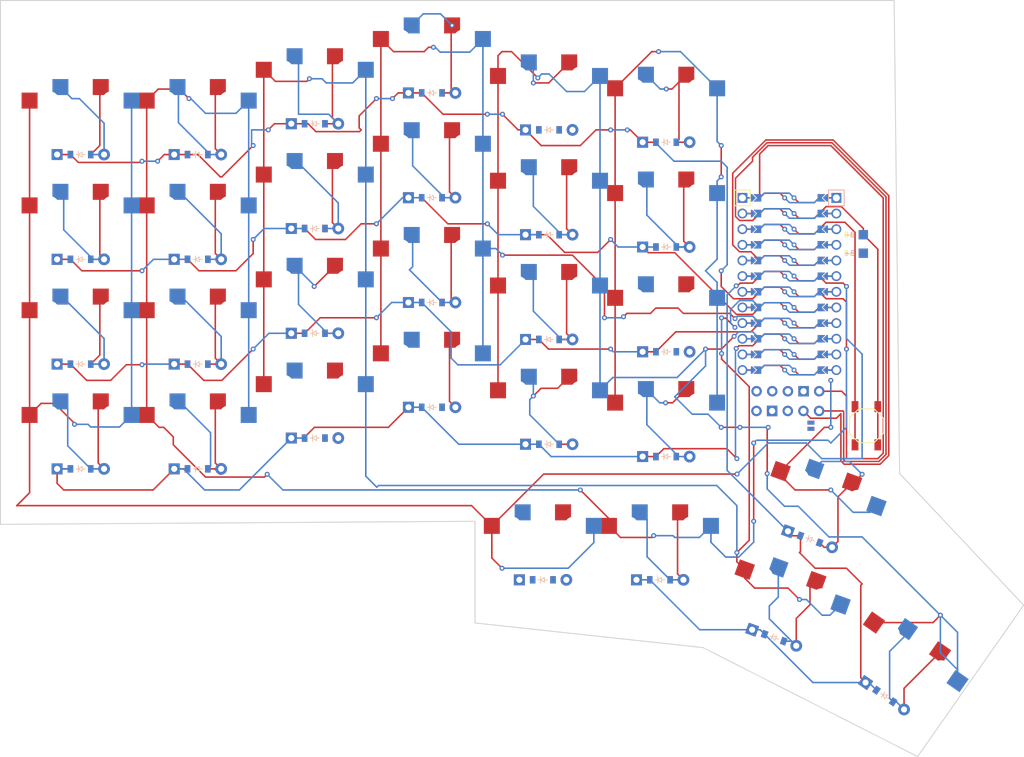
<source format=kicad_pcb>
(kicad_pcb (version 20211014) (generator pcbnew)
  (title_block (title "board") (rev "v1.0.0") (company "Unknown"))
  (layers (0 "F.Cu" signal) (31 "B.Cu" signal) (34 "B.Paste" user) (35 "F.Paste" user) (36 "B.SilkS" user "B.Silkscreen") (37 "F.SilkS" user "F.Silkscreen") (38 "B.Mask" user) (39 "F.Mask" user) (44 "Edge.Cuts" user))
  (net 0 "")
  (net 1 "outer_bottom")
  (net 2 "P20")
  (net 3 "outer_home")
  (net 4 "outer_top")
  (net 5 "outer_num")
  (net 6 "pinky_bottom")
  (net 7 "P19")
  (net 8 "pinky_home")
  (net 9 "pinky_top")
  (net 10 "pinky_num")
  (net 11 "ring_bottom")
  (net 12 "P18")
  (net 13 "ring_home")
  (net 14 "ring_top")
  (net 15 "ring_num")
  (net 16 "middle_bottom")
  (net 17 "P15")
  (net 18 "middle_home")
  (net 19 "middle_top")
  (net 20 "middle_num")
  (net 21 "index_bottom")
  (net 22 "P14")
  (net 23 "index_home")
  (net 24 "index_top")
  (net 25 "index_num")
  (net 26 "inner_bottom")
  (net 27 "P16")
  (net 28 "inner_home")
  (net 29 "inner_top")
  (net 30 "inner_num")
  (net 31 "near1_home")
  (net 32 "near2_home")
  (net 33 "home_home")
  (net 34 "home_top")
  (net 35 "far_home")
  (net 36 "P7")
  (net 37 "P6")
  (net 38 "P5")
  (net 39 "P4")
  (net 40 "P3")
  (net 41 "RAW")
  (net 42 "GND")
  (net 43 "RST")
  (net 44 "VCC")
  (net 45 "P21")
  (net 46 "P10")
  (net 47 "P1")
  (net 48 "P0")
  (net 49 "P2")
  (net 50 "P8")
  (net 51 "P9")
  (net 52 "Bplus")
  (footprint "E73:SW_TACT_ALPS_SKQGABE010" (layer "F.Cu") (at 191.200001 101.34 -90)
    (fp_text reference "B1" hide)
    (fp_text value "" hide)
  )
  (footprint "ComboDiode" (layer "F.Cu") (at 82.7 74.339999)
    (fp_text reference "D7" hide)
    (fp_text value "" hide)
  )
  (footprint "PG1350" (layer "F.Cu") (at 120.700001 93.34)
    (fp_text reference "S13" hide)
    (fp_text value "" hide)
  )
  (footprint "PG1350" (layer "F.Cu") (at 177.945434 131.037179 -20)
    (fp_text reference "S27" hide)
    (fp_text value "" hide)
  )
  (footprint "ComboDiode" (layer "F.Cu") (at 158.7 72.339999)
    (fp_text reference "D23" hide)
    (fp_text value "" hide)
  )
  (footprint "lib:OLED_headers" (layer "F.Cu") (at 185.7 97.339999 -90)
    (fp_text reference "OLED2" hide)
    (fp_text value "OLED")
  )
  (footprint "ComboDiode" (layer "F.Cu") (at 139.7 104.339999)
    (fp_text reference "D17" hide)
    (fp_text value "" hide)
  )
  (footprint "PG1350" (layer "F.Cu") (at 82.7 69.340001)
    (fp_text reference "S7" hide)
    (fp_text value "" hide)
  )
  (footprint "PG1350" (layer "F.Cu") (at 158.7 84.340001)
    (fp_text reference "S22" hide)
    (fp_text value "" hide)
  )
  (footprint "ComboDiode" (layer "F.Cu") (at 82.7 91.34)
    (fp_text reference "D6" hide)
    (fp_text value "" hide)
  )
  (footprint "ComboDiode" (layer "F.Cu") (at 139.7 53.34)
    (fp_text reference "D20" hide)
    (fp_text value "" hide)
  )
  (footprint "PG1350" (layer "F.Cu") (at 101.7 98.34)
    (fp_text reference "S9" hide)
    (fp_text value "" hide)
  )
  (footprint "ComboDiode" (layer "F.Cu") (at 158.699999 106.340001)
    (fp_text reference "D21" hide)
    (fp_text value "" hide)
  )
  (footprint "ComboDiode" (layer "F.Cu") (at 120.7 98.339999)
    (fp_text reference "D13" hide)
    (fp_text value "" hide)
  )
  (footprint "ComboDiode" (layer "F.Cu") (at 82.700001 108.34)
    (fp_text reference "D5" hide)
    (fp_text value "" hide)
  )
  (footprint "PG1350" (layer "F.Cu") (at 82.7 52.340001)
    (fp_text reference "S8" hide)
    (fp_text value "" hide)
  )
  (footprint "ComboDiode" (layer "F.Cu") (at 120.700001 64.339999)
    (fp_text reference "D15" hide)
    (fp_text value "" hide)
  )
  (footprint "lib:OLED_headers" (layer "F.Cu") (at 171.2 97.34 90)
    (fp_text reference "OLED1" hide)
    (fp_text value "OLED")
  )
  (footprint "lib:Jumper" (layer "F.Cu") (at 182.2 101.34 -90)
    (fp_text reference "J2" hide)
    (fp_text value "Jumper")
  )
  (footprint "PG1350" (layer "F.Cu") (at 139.7 99.339999)
    (fp_text reference "S17" hide)
    (fp_text value "" hide)
  )
  (footprint "PG1350" (layer "F.Cu") (at 101.7 47.34)
    (fp_text reference "S12" hide)
    (fp_text value "" hide)
  )
  (footprint "ComboDiode" (layer "F.Cu") (at 101.7 69.340001)
    (fp_text reference "D11" hide)
    (fp_text value "" hide)
  )
  (footprint "ComboDiode" (layer "F.Cu") (at 63.699999 74.34)
    (fp_text reference "D3" hide)
    (fp_text value "" hide)
  )
  (footprint "PG1350" (layer "F.Cu") (at 120.7 59.34)
    (fp_text reference "S15" hide)
    (fp_text value "" hide)
  )
  (footprint "PG1350" (layer "F.Cu") (at 183.759776 115.062404 -20)
    (fp_text reference "S28" hide)
    (fp_text value "" hide)
  )
  (footprint "ComboDiode" (layer "F.Cu") (at 63.700001 91.339999)
    (fp_text reference "D2" hide)
    (fp_text value "" hide)
  )
  (footprint "PG1350" (layer "F.Cu") (at 63.700001 103.34)
    (fp_text reference "S1" hide)
    (fp_text value "" hide)
  )
  (footprint "PG1350" (layer "F.Cu") (at 63.7 52.34)
    (fp_text reference "S4" hide)
    (fp_text value "" hide)
  )
  (footprint "ProMicro" (layer "F.Cu") (at 178.7 78.34 -90)
    (fp_text reference "MCU1" hide)
    (fp_text value "")
  )
  (footprint "ComboDiode" (layer "F.Cu") (at 139.700001 87.34)
    (fp_text reference "D18" hide)
    (fp_text value "" hide)
  )
  (footprint "lib:Jumper" (layer "F.Cu") (at 182.2 101.34 -90)
    (fp_text reference "J1" hide)
    (fp_text value "Jumper")
  )
  (footprint "SMDPad" (layer "F.Cu") (at 190.7 70.34)
    (fp_text reference "PAD2" hide)
    (fp_text value "" hide)
  )
  (footprint "ComboDiode" (layer "F.Cu") (at 138.7 126.339999)
    (fp_text reference "D25" hide)
    (fp_text value "" hide)
  )
  (footprint "PG1350" (layer "F.Cu") (at 63.7 69.34)
    (fp_text reference "S3" hide)
    (fp_text value "" hide)
  )
  (footprint "PG1350" (layer "F.Cu") (at 101.7 64.339999)
    (fp_text reference "S11" hide)
    (fp_text value "" hide)
  )
  (footprint "PG1350" (layer "F.Cu") (at 82.7 103.34)
    (fp_text reference "S5" hide)
    (fp_text value "" hide)
  )
  (footprint "PG1350" (layer "F.Cu") (at 120.7 76.34)
    (fp_text reference "S14" hide)
    (fp_text value "" hide)
  )
  (footprint "PG1350" (layer "F.Cu") (at 63.700001 86.34)
    (fp_text reference "S2" hide)
    (fp_text value "" hide)
  )
  (footprint "ComboDiode" (layer "F.Cu") (at 101.7 52.339999)
    (fp_text reference "D12" hide)
    (fp_text value "" hide)
  )
  (footprint "PG1350" (layer "F.Cu") (at 158.700001 50.339999)
    (fp_text reference "S24" hide)
    (fp_text value "" hide)
  )
  (footprint "PG1350" (layer "F.Cu") (at 157.7 121.34)
    (fp_text reference "S26" hide)
    (fp_text value "" hide)
  )
  (footprint "ComboDiode" (layer "F.Cu") (at 139.699999 70.34)
    (fp_text reference "D19" hide)
    (fp_text value "" hide)
  )
  (footprint "PG1350" (layer "F.Cu") (at 138.7 121.34)
    (fp_text reference "S25" hide)
    (fp_text value "" hide)
  )
  (footprint "ComboDiode" (layer "F.Cu") (at 158.7 89.34)
    (fp_text reference "D22" hide)
    (fp_text value "" hide)
  )
  (footprint "ComboDiode" (layer "F.Cu") (at 158.7 55.339999)
    (fp_text reference "D24" hide)
    (fp_text value "" hide)
  )
  (footprint "ComboDiode" (layer "F.Cu") (at 194.183187 145.189067 -35)
    (fp_text reference "D29" hide)
    (fp_text value "" hide)
  )
  (footprint "PG1350" (layer "F.Cu") (at 139.7 65.339999)
    (fp_text reference "S19" hide)
    (fp_text value "" hide)
  )
  (footprint "ComboDiode" (layer "F.Cu") (at 63.7 108.34)
    (fp_text reference "D1" hide)
    (fp_text value "" hide)
  )
  (footprint "PG1350" (layer "F.Cu") (at 158.699999 67.34)
    (fp_text reference "S23" hide)
    (fp_text value "" hide)
  )
  (footprint "PG1350" (layer "F.Cu") (at 139.700001 82.339999)
    (fp_text reference "S18" hide)
    (fp_text value "" hide)
  )
  (footprint "PG1350" (layer "F.Cu") (at 120.699999 42.34)
    (fp_text reference "S16" hide)
    (fp_text value "" hide)
  )
  (footprint "PG1350" (layer "F.Cu") (at 101.7 81.339999)
    (fp_text reference "S10" hide)
    (fp_text value "" hide)
  )
  (footprint "PG1350" (layer "F.Cu") (at 139.7 48.34)
    (fp_text reference "S20" hide)
    (fp_text value "" hide)
  )
  (footprint "PG1350" (layer "F.Cu") (at 82.700001 86.34)
    (fp_text reference "S6" hide)
    (fp_text value "" hide)
  )
  (footprint "ComboDiode" (layer "F.Cu") (at 101.7 86.340001)
    (fp_text reference "D10" hide)
    (fp_text value "" hide)
  )
  (footprint "ComboDiode" (layer "F.Cu") (at 157.700001 126.339999)
    (fp_text reference "D26" hide)
    (fp_text value "" hide)
  )
  (footprint "ComboDiode" (layer "F.Cu") (at 120.700001 47.339999)
    (fp_text reference "D16" hide)
    (fp_text value "" hide)
  )
  (footprint "ComboDiode" (layer "F.Cu") (at 176.235333 135.735643 -20)
    (fp_text reference "D27" hide)
    (fp_text value "" hide)
  )
  (footprint "ComboDiode" (layer "F.Cu") (at 63.7 57.34)
    (fp_text reference "D4" hide)
    (fp_text value "" hide)
  )
  (footprint "ComboDiode" (layer "F.Cu") (at 101.7 103.340001)
    (fp_text reference "D9" hide)
    (fp_text value "" hide)
  )
  (footprint "ComboDiode" (layer "F.Cu") (at 120.699999 81.34)
    (fp_text reference "D14" hide)
    (fp_text value "" hide)
  )
  (footprint "ComboDiode" (layer "F.Cu") (at 182.049676 119.760868 -20)
    (fp_text reference "D28" hide)
    (fp_text value "" hide)
  )
  (footprint "PG1350" (layer "F.Cu") (at 158.700001 101.34)
    (fp_text reference "S21" hide)
    (fp_text value "" hide)
  )
  (footprint "PG1350" (layer "F.Cu") (at 197.051069 141.093307 -35)
    (fp_text reference "S29" hide)
    (fp_text value "" hide)
  )
  (footprint "ComboDiode" (layer "F.Cu") (at 82.7 57.339999)
    (fp_text reference "D8" hide)
    (fp_text value "" hide)
  )
  (footprint "SMDPad" (layer "F.Cu") (at 190.7 73.340001)
    (fp_text reference "PAD1" hide)
    (fp_text value "" hide)
  )
  (gr_line (start 127.7 116.839999) (end 50.700001 117.34) (layer "Edge.Cuts") (width 0.15))
  (gr_line (start 127.700001 133.340001) (end 127.7 116.839999) (layer "Edge.Cuts") (width 0.15))
  (gr_line (start 196.576904 109.08568) (end 216.714118 130.44603) (layer "Edge.Cuts") (width 0.15))
  (gr_line (start 195.7 32.34) (end 196.576904 109.08568) (layer "Edge.Cuts") (width 0.15))
  (gr_line (start 199.506824 155.020592) (end 164.7 137.339999) (layer "Edge.Cuts") (width 0.15))
  (gr_line (start 50.700001 117.34) (end 50.700001 32.34) (layer "Edge.Cuts") (width 0.15))
  (gr_line (start 50.700001 32.34) (end 195.7 32.34) (layer "Edge.Cuts") (width 0.15))
  (gr_line (start 164.7 137.339999) (end 127.700001 133.340001) (layer "Edge.Cuts") (width 0.15))
  (gr_line (start 216.714118 130.44603) (end 199.506824 155.020592) (layer "Edge.Cuts") (width 0.15))
  (segment (start 66.5575 97.807501) (end 66.5575 107.3875) (width 0.25) (layer "F.Cu") (net 1))
  (segment (start 66.975001 97.39) (end 66.5575 97.807501) (width 0.25) (layer "F.Cu") (net 1))
  (segment (start 66.5575 107.3875) (end 67.51 108.34) (width 0.25) (layer "F.Cu") (net 1))
  (segment (start 61.6105 98.575499) (end 61.6105 104.6005) (width 0.25) (layer "B.Cu") (net 1))
  (segment (start 65.35 108.34) (end 67.51 108.34) (width 0.25) (layer "B.Cu") (net 1))
  (segment (start 60.425001 97.39) (end 61.6105 98.575499) (width 0.25) (layer "B.Cu") (net 1))
  (segment (start 61.6105 104.6005) (end 65.35 108.34) (width 0.25) (layer "B.Cu") (net 1))
  (segment (start 55.425001 112.214999) (end 55.425001 99.59) (width 0.25) (layer "F.Cu") (net 2))
  (segment (start 53.34 114.3) (end 55.425001 112.214999) (width 0.25) (layer "F.Cu") (net 2))
  (segment (start 57.300002 97.714999) (end 55.425001 99.59) (width 0.25) (layer "F.Cu") (net 2))
  (segment (start 62.708467 100.946814) (end 59.476652 97.714999) (width 0.25) (layer "F.Cu") (net 2))
  (segment (start 184.651 78.195) (end 187.415 78.195) (width 0.25) (layer "F.Cu") (net 2))
  (segment (start 127.135 114.3) (end 53.34 114.3) (width 0.25) (layer "F.Cu") (net 2))
  (segment (start 55.425001 82.59) (end 55.425 65.59) (width 0.25) (layer "F.Cu") (net 2))
  (segment (start 138.833137 109.181863) (end 130.425 117.59) (width 0.25) (layer "F.Cu") (net 2))
  (segment (start 130.425 117.59) (end 127.135 114.3) (width 0.25) (layer "F.Cu") (net 2))
  (segment (start 55.425 65.59) (end 55.425 48.59) (width 0.25) (layer "F.Cu") (net 2))
  (segment (start 62.708467 101.110197) (end 62.708467 100.946814) (width 0.25) (layer "F.Cu") (net 2))
  (segment (start 55.425001 99.59) (end 55.425001 82.59) (width 0.25) (layer "F.Cu") (net 2))
  (segment (start 130.425 122.805) (end 132.08 124.46) (width 0.25) (layer "F.Cu") (net 2))
  (segment (start 59.476652 97.714999) (end 57.300002 97.714999) (width 0.25) (layer "F.Cu") (net 2))
  (segment (start 130.425 117.59) (end 130.425 122.805) (width 0.25) (layer "F.Cu") (net 2))
  (segment (start 187.415 78.195) (end 187.96 78.74) (width 0.25) (layer "F.Cu") (net 2))
  (segment (start 183.526 77.07) (end 184.651 78.195) (width 0.25) (layer "F.Cu") (net 2))
  (segment (start 170.218137 109.181863) (end 138.833137 109.181863) (width 0.25) (layer "F.Cu") (net 2))
  (via (at 170.218137 109.181863) (size 0.8) (drill 0.4) (layers "F.Cu" "B.Cu") (net 2))
  (via (at 132.08 124.46) (size 0.8) (drill 0.4) (layers "F.Cu" "B.Cu") (net 2))
  (via (at 62.708467 101.110197) (size 0.8) (drill 0.4) (layers "F.Cu" "B.Cu") (net 2))
  (via (at 187.96 78.74) (size 0.8) (drill 0.4) (layers "F.Cu" "B.Cu") (net 2))
  (segment (start 70.023011 101.54199) (end 65.336327 101.54199) (width 0.25) (layer "B.Cu") (net 2))
  (segment (start 71.975001 99.59) (end 70.023011 101.54199) (width 0.25) (layer "B.Cu") (net 2))
  (segment (start 175.26 104.14) (end 170.218137 109.181863) (width 0.25) (layer "B.Cu") (net 2))
  (segment (start 183.949006 106.68) (end 181.409006 104.14) (width 0.25) (layer "B.Cu") (net 2))
  (segment (start 146.975 117.59) (end 146.975 120.298686) (width 0.25) (layer "B.Cu") (net 2))
  (segment (start 146.975 120.298686) (end 142.813686 124.46) (width 0.25) (layer "B.Cu") (net 2))
  (segment (start 64.904534 101.110197) (end 62.708467 101.110197) (width 0.25) (layer "B.Cu") (net 2))
  (segment (start 187.96 87.180991) (end 190.5 89.720991) (width 0.25) (layer "B.Cu") (net 2))
  (segment (start 71.975 65.59) (end 71.975001 82.59) (width 0.25) (layer "B.Cu") (net 2))
  (segment (start 190.5 89.720991) (end 190.5 106.68) (width 0.25) (layer "B.Cu") (net 2))
  (segment (start 187.96 78.74) (end 187.96 87.180991) (width 0.25) (layer "B.Cu") (net 2))
  (segment (start 71.975 48.59) (end 71.975 65.59) (width 0.25) (layer "B.Cu") (net 2))
  (segment (start 65.336327 101.54199) (end 64.904534 101.110197) (width 0.25) (layer "B.Cu") (net 2))
  (segment (start 190.5 106.68) (end 183.949006 106.68) (width 0.25) (layer "B.Cu") (net 2))
  (segment (start 142.813686 124.46) (end 132.08 124.46) (width 0.25) (layer "B.Cu") (net 2))
  (segment (start 71.975001 82.59) (end 71.975001 99.59) (width 0.25) (layer "B.Cu") (net 2))
  (segment (start 181.409006 104.14) (end 175.26 104.14) (width 0.25) (layer "B.Cu") (net 2))
  (segment (start 66.825 80.540001) (end 66.975001 80.39) (width 0.25) (layer "F.Cu") (net 3))
  (segment (start 66.825 89.865) (end 66.825 80.540001) (width 0.25) (layer "F.Cu") (net 3))
  (segment (start 65.350001 91.339999) (end 66.825 89.865) (width 0.25) (layer "F.Cu") (net 3))
  (segment (start 67.510001 87.194999) (end 67.510001 91.339999) (width 0.25) (layer "B.Cu") (net 3))
  (segment (start 60.425001 80.39) (end 60.705002 80.39) (width 0.25) (layer "B.Cu") (net 3))
  (segment (start 60.705002 80.39) (end 67.510001 87.194999) (width 0.25) (layer "B.Cu") (net 3))
  (segment (start 67.510001 91.339999) (end 65.350001 91.339999) (width 0.25) (layer "B.Cu") (net 3))
  (segment (start 66.975 63.39) (end 66.824999 63.540001) (width 0.25) (layer "F.Cu") (net 4))
  (segment (start 66.824999 63.540001) (end 66.824999 73.655) (width 0.25) (layer "F.Cu") (net 4))
  (segment (start 66.824999 73.655) (end 67.509999 74.34) (width 0.25) (layer "F.Cu") (net 4))
  (segment (start 67.509999 74.34) (end 65.349999 74.34) (width 0.25) (layer "B.Cu") (net 4))
  (segment (start 67.509999 74.34) (end 65.744999 74.34) (width 0.25) (layer "B.Cu") (net 4))
  (segment (start 60.96 63.925) (end 60.425 63.39) (width 0.25) (layer "B.Cu") (net 4))
  (segment (start 65.744999 74.34) (end 60.96 69.555001) (width 0.25) (layer "B.Cu") (net 4))
  (segment (start 60.96 69.555001) (end 60.96 63.925) (width 0.25) (layer "B.Cu") (net 4))
  (segment (start 66.824999 46.540001) (end 66.975 46.39) (width 0.25) (layer "F.Cu") (net 5))
  (segment (start 65.35 57.34) (end 66.824999 55.865001) (width 0.25) (layer "F.Cu") (net 5))
  (segment (start 66.824999 55.865001) (end 66.824999 46.540001) (width 0.25) (layer "F.Cu") (net 5))
  (segment (start 62.300001 48.265001) (end 63.505001 48.265001) (width 0.25) (layer "B.Cu") (net 5))
  (segment (start 67.51 57.34) (end 65.35 57.34) (width 0.25) (layer "B.Cu") (net 5))
  (segment (start 60.425 46.39) (end 62.300001 48.265001) (width 0.25) (layer "B.Cu") (net 5))
  (segment (start 63.505001 48.265001) (end 67.51 52.27) (width 0.25) (layer "B.Cu") (net 5))
  (segment (start 67.51 52.27) (end 67.51 57.34) (width 0.25) (layer "B.Cu") (net 5))
  (segment (start 84.350001 108.34) (end 85.48 108.34) (width 0.25) (layer "F.Cu") (net 6))
  (segment (start 85.557501 107.3875) (end 85.557501 97.807499) (width 0.25) (layer "F.Cu") (net 6))
  (segment (start 85.48 108.34) (end 86.36 109.22) (width 0.25) (layer "F.Cu") (net 6))
  (segment (start 86.36 109.22) (end 86.510001 109.069999) (width 0.25) (layer "F.Cu") (net 6))
  (segment (start 86.510001 108.34) (end 85.557501 107.3875) (width 0.25) (layer "F.Cu") (net 6))
  (segment (start 85.557501 97.807499) (end 85.975 97.39) (width 0.25) (layer "F.Cu") (net 6))
  (segment (start 86.510001 109.069999) (end 86.510001 108.34) (width 0.25) (layer "F.Cu") (net 6))
  (segment (start 84.789501 102.4745) (end 84.789501 107.9005) (width 0.25) (layer "B.Cu") (net 6))
  (segment (start 79.705001 97.39) (end 84.789501 102.4745) (width 0.25) (layer "B.Cu") (net 6))
  (segment (start 84.789501 107.9005) (end 84.350001 108.34) (width 0.25) (layer "B.Cu") (net 6))
  (segment (start 79.425 97.39) (end 79.705001 97.39) (width 0.25) (layer "B.Cu") (net 6))
  (segment (start 78.74 104.429999) (end 78.74 103.146314) (width 0.25) (layer "F.Cu") (net 7))
  (segment (start 81.28 48.26) (end 79.735 46.715) (width 0.25) (layer "F.Cu") (net 7))
  (segment (start 74.425001 82.59) (end 74.425 99.59) (width 0.25) (layer "F.Cu") (net 7))
  (segment (start 156.388765 119.465001) (end 151.300001 119.465001) (width 0.25) (layer "F.Cu") (net 7))
  (segment (start 149.425 117.59) (end 149.425 116.405) (width 0.25) (layer "F.Cu") (net 7))
  (segment (start 187.415 80.735) (end 187.96 81.28) (width 0.25) (layer "F.Cu") (net 7))
  (segment (start 149.425 116.405) (end 144.78 111.76) (width 0.25) (layer "F.Cu") (net 7))
  (segment (start 183.526 79.61) (end 184.651 80.735) (width 0.25) (layer "F.Cu") (net 7))
  (segment (start 74.425 65.590001) (end 74.425001 82.59) (width 0.25) (layer "F.Cu") (net 7))
  (segment (start 172.9095 104.14) (end 172.9095 116.84) (width 0.25) (layer "F.Cu") (net 7))
  (segment (start 83.980001 109.67) (end 78.74 104.429999) (width 0.25) (layer "F.Cu") (net 7))
  (segment (start 76.435 101.6) (end 74.425 99.59) (width 0.25) (layer "F.Cu") (net 7))
  (segment (start 151.300001 119.465001) (end 149.425 117.59) (width 0.25) (layer "F.Cu") (net 7))
  (segment (start 78.74 103.146314) (end 77.193686 101.6) (width 0.25) (layer "F.Cu") (net 7))
  (segment (start 156.681302 119.172464) (end 156.388765 119.465001) (width 0.25) (layer "F.Cu") (net 7))
  (segment (start 74.425 48.590001) (end 74.425 65.590001) (width 0.25) (layer "F.Cu") (net 7))
  (segment (start 77.193686 101.6) (end 76.435 101.6) (width 0.25) (layer "F.Cu") (net 7))
  (segment (start 93.98 109.22) (end 93.53 109.67) (width 0.25) (layer "F.Cu") (net 7))
  (segment (start 79.735 46.715) (end 76.300001 46.715) (width 0.25) (layer "F.Cu") (net 7))
  (segment (start 187.96 81.28) (end 187.96 88.9) (width 0.25) (layer "F.Cu") (net 7))
  (segment (start 184.651 80.735) (end 187.415 80.735) (width 0.25) (layer "F.Cu") (net 7))
  (segment (start 76.300001 46.715) (end 74.425 48.590001) (width 0.25) (layer "F.Cu") (net 7))
  (segment (start 93.53 109.67) (end 83.980001 109.67) (width 0.25) (layer "F.Cu") (net 7))
  (via (at 172.9095 104.14) (size 0.8) (drill 0.4) (layers "F.Cu" "B.Cu") (net 7))
  (via (at 172.9095 116.84) (size 0.8) (drill 0.4) (layers "F.Cu" "B.Cu") (net 7))
  (via (at 187.96 88.9) (size 0.8) (drill 0.4) (layers "F.Cu" "B.Cu") (net 7))
  (via (at 81.28 48.26) (size 0.8) (drill 0.4) (layers "F.Cu" "B.Cu") (net 7))
  (via (at 144.78 111.76) (size 0.8) (drill 0.4) (layers "F.Cu" "B.Cu") (net 7))
  (via (at 93.98 109.22) (size 0.8) (drill 0.4) (layers "F.Cu" "B.Cu") (net 7))
  (via (at 156.681302 119.172464) (size 0.8) (drill 0.4) (layers "F.Cu" "B.Cu") (net 7))
  (segment (start 173.3595 103.69) (end 172.9095 104.14) (width 0.25) (layer "B.Cu") (net 7))
  (segment (start 90.975 65.590001) (end 90.975001 82.59) (width 0.25) (layer "B.Cu") (net 7))
  (segment (start 187.96 101.6) (end 185.42 104.14) (width 0.25) (layer "B.Cu") (net 7))
  (segment (start 172.9095 116.84) (end 172.9095 120.215805) (width 0.25) (layer "B.Cu") (net 7))
  (segment (start 90.975 99.59) (end 90.975001 82.59) (width 0.25) (layer "B.Cu") (net 7))
  (segment (start 159.812464 119.172464) (end 156.681302 119.172464) (width 0.25) (layer "B.Cu") (net 7))
  (segment (start 185.42 104.14) (end 184.97 103.69) (width 0.25) (layer "B.Cu") (net 7))
  (segment (start 165.975 120.255) (end 165.975 117.59) (width 0.25) (layer "B.Cu") (net 7))
  (segment (start 170.480305 122.645) (end 168.365 122.645) (width 0.25) (layer "B.Cu") (net 7))
  (segment (start 164.099999 119.465001) (end 160.105001 119.465001) (width 0.25) (layer "B.Cu") (net 7))
  (segment (start 96.52 111.76) (end 93.98 109.22) (width 0.25) (layer "B.Cu") (net 7))
  (segment (start 160.105001 119.465001) (end 159.812464 119.172464) (width 0.25) (layer "B.Cu") (net 7))
  (segment (start 90.975 65.590001) (end 90.975 48.590001) (width 0.25) (layer "B.Cu") (net 7))
  (segment (start 187.96 88.9) (end 187.96 101.6) (width 0.25) (layer "B.Cu") (net 7))
  (segment (start 83.9675 50.6525) (end 81.575 48.26) (width 0.25) (layer "B.Cu") (net 7))
  (segment (start 168.365 122.645) (end 165.975 120.255) (width 0.25) (layer "B.Cu") (net 7))
  (segment (start 90.975 48.590001) (end 88.912501 50.6525) (width 0.25) (layer "B.Cu") (net 7))
  (segment (start 172.9095 120.215805) (end 170.480305 122.645) (width 0.25) (layer "B.Cu") (net 7))
  (segment (start 144.78 111.76) (end 96.52 111.76) (width 0.25) (layer "B.Cu") (net 7))
  (segment (start 81.575 48.26) (end 81.28 48.26) (width 0.25) (layer "B.Cu") (net 7))
  (segment (start 184.97 103.69) (end 173.3595 103.69) (width 0.25) (layer "B.Cu") (net 7))
  (segment (start 165.975 117.59) (end 164.099999 119.465001) (width 0.25) (layer "B.Cu") (net 7))
  (segment (start 88.912501 50.6525) (end 83.9675 50.6525) (width 0.25) (layer "B.Cu") (net 7))
  (segment (start 85.5575 80.807501) (end 85.975001 80.39) (width 0.25) (layer "F.Cu") (net 8))
  (segment (start 86.51 91.34) (end 85.5575 90.3875) (width 0.25) (layer "F.Cu") (net 8))
  (segment (start 86.51 91.34) (end 84.35 91.34) (width 0.25) (layer "F.Cu") (net 8))
  (segment (start 85.5575 90.3875) (end 85.5575 80.807501) (width 0.25) (layer "F.Cu") (net 8))
  (segment (start 86.51 86.851651) (end 80.048349 80.39) (width 0.25) (layer "B.Cu") (net 8))
  (segment (start 80.048349 80.39) (end 79.425001 80.39) (width 0.25) (layer "B.Cu") (net 8))
  (segment (start 86.51 91.34) (end 86.51 86.851651) (width 0.25) (layer "B.Cu") (net 8))
  (segment (start 85.5575 73.387499) (end 85.5575 63.807501) (width 0.25) (layer "F.Cu") (net 9))
  (segment (start 85.5575 63.807501) (end 85.975 63.390001) (width 0.25) (layer "F.Cu") (net 9))
  (segment (start 86.51 74.339999) (end 85.5575 73.387499) (width 0.25) (layer "F.Cu") (net 9))
  (segment (start 86.51 74.339999) (end 84.35 74.339999) (width 0.25) (layer "B.Cu") (net 9))
  (segment (start 79.705001 63.390001) (end 79.425 63.390001) (width 0.25) (layer "B.Cu") (net 9))
  (segment (start 86.51 74.339999) (end 86.51 70.195) (width 0.25) (layer "B.Cu") (net 9))
  (segment (start 86.51 70.195) (end 79.705001 63.390001) (width 0.25) (layer "B.Cu") (net 9))
  (segment (start 85.5575 56.387499) (end 85.5575 46.807501) (width 0.25) (layer "F.Cu") (net 10))
  (segment (start 86.51 57.339999) (end 85.5575 56.387499) (width 0.25) (layer "F.Cu") (net 10))
  (segment (start 85.5575 46.807501) (end 85.975 46.390001) (width 0.25) (layer "F.Cu") (net 10))
  (segment (start 79.575001 46.540002) (end 79.425 46.390001) (width 0.25) (layer "B.Cu") (net 10))
  (segment (start 86.51 57.339999) (end 84.744997 57.339999) (width 0.25) (layer "B.Cu") (net 10))
  (segment (start 79.575001 52.170003) (end 79.575001 46.540002) (width 0.25) (layer "B.Cu") (net 10))
  (segment (start 84.744997 57.339999) (end 79.575001 52.170003) (width 0.25) (layer "B.Cu") (net 10))
  (segment (start 171.452053 126.066546) (end 173.063739 127.678232) (width 0.25) (layer "F.Cu") (net 12))
  (segment (start 100.397694 45.465001) (end 95.300001 45.465001) (width 0.25) (layer "F.Cu") (net 12))
  (segment (start 93.425 77.589999) (end 93.425 94.59) (width 0.25) (layer "F.Cu") (net 12))
  (segment (start 171.452053 124.683115) (end 171.452053 126.066546) (width 0.25) (layer "F.Cu") (net 12))
  (segment (start 170.18 121.92) (end 172.185 119.915) (width 0.25) (layer "F.Cu") (net 12))
  (segment (start 170.18 121.92) (end 170.18 123.411062) (width 0.25) (layer "F.Cu") (net 12))
  (segment (start 178.478232 127.678232) (end 180.34 129.54) (width 0.25) (layer "F.Cu") (net 12))
  (segment (start 170.18 123.411062) (end 171.452053 124.683115) (width 0.25) (layer "F.Cu") (net 12))
  (segment (start 93.425 43.59) (end 93.425 60.589999) (width 0.25) (layer "F.Cu") (net 12))
  (segment (start 173.063739 127.678232) (end 178.478232 127.678232) (width 0.25) (layer "F.Cu") (net 12))
  (segment (start 93.425 60.589999) (end 93.425 77.589999) (width 0.25) (layer "F.Cu") (net 12))
  (segment (start 167.699501 90.520492) (end 167.699501 89.6245) (width 0.25) (layer "F.Cu") (net 12))
  (segment (start 172.185 95.005991) (end 167.699501 90.520492) (width 0.25) (layer "F.Cu") (net 12))
  (segment (start 168.361702 83.8795) (end 169.862702 85.3805) (width 0.25) (layer "F.Cu") (net 12))
  (segment (start 167.6995 83.8386) (end 167.6995 83.8795) (width 0.25) (layer "F.Cu") (net 12))
  (segment (start 172.185 119.915) (end 172.185 95.005991) (width 0.25) (layer "F.Cu") (net 12))
  (segment (start 100.821051 45.041644) (end 100.397694 45.465001) (width 0.25) (layer "F.Cu") (net 12))
  (segment (start 95.300001 45.465001) (end 93.425 43.59) (width 0.25) (layer "F.Cu") (net 12))
  (segment (start 167.6995 83.8795) (end 168.361702 83.8795) (width 0.25) (layer "F.Cu") (net 12))
  (via (at 169.862702 85.3805) (size 0.8) (drill 0.4) (layers "F.Cu" "B.Cu") (net 12))
  (via (at 167.6995 83.8386) (size 0.8) (drill 0.4) (layers "F.Cu" "B.Cu") (net 12))
  (via (at 100.821051 45.041644) (size 0.8) (drill 0.4) (layers "F.Cu" "B.Cu") (net 12))
  (via (at 167.699501 89.6245) (size 0.8) (drill 0.4) (layers "F.Cu" "B.Cu") (net 12))
  (via (at 180.34 129.54) (size 0.8) (drill 0.4) (layers "F.Cu" "B.Cu") (net 12))
  (via (at 170.18 121.92) (size 0.8) (drill 0.4) (layers "F.Cu" "B.Cu") (net 12))
  (segment (start 169.158941 82.480068) (end 170.614009 81.025) (width 0.25) (layer "B.Cu") (net 12))
  (segment (start 109.975 43.59) (end 107.845 45.72) (width 0.25) (layer "B.Cu") (net 12))
  (segment (start 107.845 45.72) (end 103.555468 45.72) (width 0.25) (layer "B.Cu") (net 12))
  (segment (start 180.34 129.54) (end 181.469139 129.54) (width 0.25) (layer "B.Cu") (net 12))
  (segment (start 109.975 94.59) (end 109.975 109.525) (width 0.25) (layer "B.Cu") (net 12))
  (segment (start 167.699501 89.6245) (end 167.6995 83.8386) (width 0.25) (layer "B.Cu") (net 12))
  (segment (start 109.975 43.59) (end 109.975 60.589999) (width 0.25) (layer "B.Cu") (net 12))
  (segment (start 184.009139 132.08) (end 185.267514 132.08) (width 0.25) (layer "B.Cu") (net 12))
  (segment (start 169.158941 84.676739) (end 169.158941 82.480068) (width 0.25) (layer "B.Cu") (net 12))
  (segment (start 170.18 114.3) (end 170.18 121.92) (width 0.25) (layer "B.Cu") (net 12))
  (segment (start 167.64 111.76) (end 170.18 114.3) (width 0.25) (layer "B.Cu") (net 12))
  (segment (start 169.862702 85.3805) (end 169.158941 84.676739) (width 0.25) (layer "B.Cu") (net 12))
  (segment (start 172.749 81.025) (end 173.874 82.15) (width 0.25) (layer "B.Cu") (net 12))
  (segment (start 185.267514 132.08) (end 187.003966 130.343548) (width 0.25) (layer "B.Cu") (net 12))
  (segment (start 109.975 77.589999) (end 109.975 94.59) (width 0.25) (layer "B.Cu") (net 12))
  (segment (start 102.877112 45.041644) (end 100.821051 45.041644) (width 0.25) (layer "B.Cu") (net 12))
  (segment (start 112.035 111.035) (end 166.915 111.035) (width 0.25) (layer "B.Cu") (net 12))
  (segment (start 109.975 60.589999) (end 109.975 77.589999) (width 0.25) (layer "B.Cu") (net 12))
  (segment (start 111.76 111.31) (end 112.035 111.035) (width 0.25) (layer "B.Cu") (net 12))
  (segment (start 166.915 111.035) (end 167.64 111.76) (width 0.25) (layer "B.Cu") (net 12))
  (segment (start 181.469139 129.54) (end 184.009139 132.08) (width 0.25) (layer "B.Cu") (net 12))
  (segment (start 103.555468 45.72) (end 102.877112 45.041644) (width 0.25) (layer "B.Cu") (net 12))
  (segment (start 109.975 109.525) (end 111.76 111.31) (width 0.25) (layer "B.Cu") (net 12))
  (segment (start 170.614009 81.025) (end 172.749 81.025) (width 0.25) (layer "B.Cu") (net 12))
  (segment (start 104.950001 75.389999) (end 104.975 75.389999) (width 0.25) (layer "F.Cu") (net 13))
  (segment (start 105.51 86.340001) (end 103.35 86.340001) (width 0.25) (layer "F.Cu") (net 13))
  (segment (start 101.6 78.74) (end 104.950001 75.389999) (width 0.25) (layer "F.Cu") (net 13))
  (via (at 101.6 78.74) (size 0.8) (drill 0.4) (layers "F.Cu" "B.Cu") (net 13))
  (segment (start 99.06 81.655) (end 99.06 76.024999) (width 0.25) (layer "B.Cu") (net 13))
  (segment (start 103.745001 86.340001) (end 99.06 81.655) (width 0.25) (layer "B.Cu") (net 13))
  (segment (start 99.06 76.024999) (end 98.425 75.389999) (width 0.25) (layer "B.Cu") (net 13))
  (segment (start 105.51 86.340001) (end 103.745001 86.340001) (width 0.25) (layer "B.Cu") (net 13))
  (segment (start 101.6 78.564999) (end 101.6 78.74) (width 0.25) (layer "B.Cu") (net 13))
  (segment (start 98.425 75.389999) (end 101.6 78.564999) (width 0.25) (layer "B.Cu") (net 13))
  (segment (start 104.5575 68.387501) (end 104.5575 58.807499) (width 0.25) (layer "F.Cu") (net 14))
  (segment (start 105.51 69.340001) (end 104.5575 68.387501) (width 0.25) (layer "F.Cu") (net 14))
  (segment (start 104.5575 58.807499) (end 104.975 58.389999) (width 0.25) (layer "F.Cu") (net 14))
  (segment (start 105.51 69.340001) (end 103.35 69.340001) (width 0.25) (layer "B.Cu") (net 14))
  (segment (start 105.51 65.194998) (end 98.705001 58.389999) (width 0.25) (layer "B.Cu") (net 14))
  (segment (start 105.51 69.340001) (end 105.51 65.194998) (width 0.25) (layer "B.Cu") (net 14))
  (segment (start 98.705001 58.389999) (end 98.425 58.389999) (width 0.25) (layer "B.Cu") (net 14))
  (segment (start 104.5575 51.387499) (end 104.5575 41.8075) (width 0.25) (layer "F.Cu") (net 15))
  (segment (start 105.51 52.339999) (end 103.35 52.339999) (width 0.25) (layer "F.Cu") (net 15))
  (segment (start 105.51 52.339999) (end 104.5575 51.387499) (width 0.25) (layer "F.Cu") (net 15))
  (segment (start 104.5575 41.8075) (end 104.975 41.39) (width 0.25) (layer "F.Cu") (net 15))
  (segment (start 99.06 42.025) (end 98.425 41.39) (width 0.25) (layer "B.Cu") (net 15))
  (segment (start 103.970001 50.8) (end 99.06 50.8) (width 0.25) (layer "B.Cu") (net 15))
  (segment (start 99.06 50.8) (end 99.06 42.025) (width 0.25) (layer "B.Cu") (net 15))
  (segment (start 105.51 52.339999) (end 103.970001 50.8) (width 0.25) (layer "B.Cu") (net 15))
  (segment (start 124.51 98.339999) (end 123.5575 97.387499) (width 0.25) (layer "F.Cu") (net 16))
  (segment (start 123.5575 97.387499) (end 123.5575 87.807501) (width 0.25) (layer "F.Cu") (net 16))
  (segment (start 123.5575 87.807501) (end 123.975001 87.39) (width 0.25) (layer "F.Cu") (net 16))
  (segment (start 179.62378 111.76) (end 177.266395 109.402615) (width 0.25) (layer "F.Cu") (net 17))
  (segment (start 112.425 72.59) (end 112.425001 89.59) (width 0.25) (layer "F.Cu") (net 17))
  (segment (start 184.374735 101.6) (end 185.42 101.6) (width 0.25) (layer "F.Cu") (net 17))
  (segment (start 119.444998 40.64) (end 114.474999 40.64) (width 0.25) (layer "F.Cu") (net 17))
  (segment (start 143.495002 73.66) (end 132.149501 73.66) (width 0.25) (layer "F.Cu") (net 17))
  (segment (start 152.333249 83.1141) (end 151.7893 83.658049) (width 0.25) (layer "F.Cu") (net 17))
  (segment (start 112.425 55.59) (end 112.425 72.59) (width 0.25) (layer "F.Cu") (net 17))
  (segment (start 169.883941 83.96333) (end 169.034711 83.1141) (width 0.25) (layer "F.Cu") (net 17))
  (segment (start 148.699501 83.82) (end 148.699501 78.864499) (width 0.25) (layer "F.Cu") (net 17))
  (segment (start 177.266395 108.70834) (end 184.374735 101.6) (width 0.25) (layer "F.Cu") (net 17))
  (segment (start 177.266395 109.402615) (end 177.266395 108.70834) (width 0.25) (layer "F.Cu") (net 17))
  (segment (start 120.948891 39.935189) (end 120.149809 39.935189) (width 0.25) (layer "F.Cu") (net 17))
  (segment (start 112.424999 38.59) (end 112.425 55.59) (width 0.25) (layer "F.Cu") (net 17))
  (segment (start 185.42 111.76) (end 179.62378 111.76) (width 0.25) (layer "F.Cu") (net 17))
  (segment (start 156.159587 83.1141) (end 152.333249 83.1141) (width 0.25) (layer "F.Cu") (net 17))
  (segment (start 160.631801 82.2505) (end 157.023187 82.2505) (width 0.25) (layer "F.Cu") (net 17))
  (segment (start 148.699501 78.864499) (end 143.495002 73.66) (width 0.25) (layer "F.Cu") (net 17))
  (segment (start 157.023187 82.2505) (end 156.159587 83.1141) (width 0.25) (layer "F.Cu") (net 17))
  (segment (start 114.474999 40.64) (end 112.424999 38.59) (width 0.25) (layer "F.Cu") (net 17))
  (segment (start 120.149809 39.935189) (end 119.444998 40.64) (width 0.25) (layer "F.Cu") (net 17))
  (segment (start 161.495401 83.1141) (end 160.631801 82.2505) (width 0.25) (layer "F.Cu") (net 17))
  (segment (start 169.034711 83.1141) (end 161.495401 83.1141) (width 0.25) (layer "F.Cu") (net 17))
  (via (at 148.699501 83.82) (size 0.8) (drill 0.4) (layers "F.Cu" "B.Cu") (net 17))
  (via (at 132.149501 73.66) (size 0.8) (drill 0.4) (layers "F.Cu" "B.Cu") (net 17))
  (via (at 185.42 101.6) (size 0.8) (drill 0.4) (layers "F.Cu" "B.Cu") (net 17))
  (via (at 151.7893 83.658049) (size 0.8) (drill 0.4) (layers "F.Cu" "B.Cu") (net 17))
  (via (at 120.948891 39.935189) (size 0.8) (drill 0.4) (layers "F.Cu" "B.Cu") (net 17))
  (via (at 185.42 111.76) (size 0.8) (drill 0.4) (layers "F.Cu" "B.Cu") (net 17))
  (via (at 169.883941 83.96333) (size 0.8) (drill 0.4) (layers "F.Cu" "B.Cu") (net 17))
  (via (at 185.42 93.98) (size 0.8) (drill 0.4) (layers "F.Cu" "B.Cu") (net 17))
  (segment (start 126.843827 40.721172) (end 122.036172 40.721172) (width 0.25) (layer "B.Cu") (net 17))
  (segment (start 128.974999 38.59) (end 128.975 55.59) (width 0.25) (layer "B.Cu") (net 17))
  (segment (start 170.282271 83.565) (end 169.883941 83.96333) (width 0.25) (layer "B.Cu") (net 17))
  (segment (start 128.975 55.59) (end 128.975 72.59) (width 0.25) (layer "B.Cu") (net 17))
  (segment (start 173.874 84.69) (end 172.749 83.565) (width 0.25) (layer "B.Cu") (net 17))
  (segment (start 192.818308 114.368773) (end 191.80404 115.383041) (width 0.25) (layer "B.Cu") (net 17))
  (segment (start 151.7893 83.658049) (end 151.627349 83.82) (width 0.25) (layer "B.Cu") (net 17))
  (segment (start 128.975 72.59) (end 128.975001 89.59) (width 0.25) (layer "B.Cu") (net 17))
  (segment (start 131.079501 72.59) (end 128.975 72.59) (width 0.25) (layer "B.Cu") (net 17))
  (segment (start 122.036172 40.721172) (end 121.250189 39.935189) (width 0.25) (layer "B.Cu") (net 17))
  (segment (start 151.627349 83.82) (end 148.699501 83.82) (width 0.25) (layer "B.Cu") (net 17))
  (segment (start 172.749 83.565) (end 170.282271 83.565) (width 0.25) (layer "B.Cu") (net 17))
  (segment (start 185.42 101.6) (end 185.42 93.98) (width 0.25) (layer "B.Cu") (net 17))
  (segment (start 128.974999 38.59) (end 126.843827 40.721172) (width 0.25) (layer "B.Cu") (net 17))
  (segment (start 189.043041 115.383041) (end 185.42 111.76) (width 0.25) (layer "B.Cu") (net 17))
  (segment (start 121.250189 39.935189) (end 120.948891 39.935189) (width 0.25) (layer "B.Cu") (net 17))
  (segment (start 191.80404 115.383041) (end 189.043041 115.383041) (width 0.25) (layer "B.Cu") (net 17))
  (segment (start 132.149501 73.66) (end 131.079501 72.59) (width 0.25) (layer "B.Cu") (net 17))
  (segment (start 123.824999 80.655) (end 124.509999 81.34) (width 0.25) (layer "F.Cu") (net 18))
  (segment (start 123.824999 70.540001) (end 123.824999 80.655) (width 0.25) (layer "F.Cu") (net 18))
  (segment (start 123.975 70.39) (end 123.824999 70.540001) (width 0.25) (layer "F.Cu") (net 18))
  (segment (start 117.060826 76.050827) (end 117.575001 75.536652) (width 0.25) (layer "B.Cu") (net 18))
  (segment (start 122.349999 81.34) (end 117.060826 76.050827) (width 0.25) (layer "B.Cu") (net 18))
  (segment (start 117.575001 70.540001) (end 117.425 70.39) (width 0.25) (layer "B.Cu") (net 18))
  (segment (start 124.509999 81.34) (end 122.349999 81.34) (width 0.25) (layer "B.Cu") (net 18))
  (segment (start 117.575001 75.536652) (end 117.575001 70.540001) (width 0.25) (layer "B.Cu") (net 18))
  (segment (start 123.557501 53.807499) (end 123.975 53.39) (width 0.25) (layer "F.Cu") (net 19))
  (segment (start 123.557501 63.387499) (end 123.557501 53.807499) (width 0.25) (layer "F.Cu") (net 19))
  (segment (start 124.510001 64.339999) (end 123.557501 63.387499) (width 0.25) (layer "F.Cu") (net 19))
  (segment (start 124.510001 64.339999) (end 122.744998 64.339999) (width 0.25) (layer "B.Cu") (net 19))
  (segment (start 122.744998 64.339999) (end 117.575001 59.170002) (width 0.25) (layer "B.Cu") (net 19))
  (segment (start 117.575001 59.170002) (end 117.575001 53.540001) (width 0.25) (layer "B.Cu") (net 19))
  (segment (start 117.575001 53.540001) (end 117.425 53.39) (width 0.25) (layer "B.Cu") (net 19))
  (segment (start 124.510001 64.339999) (end 122.350001 64.339999) (width 0.25) (layer "B.Cu") (net 19))
  (segment (start 123.824998 36.540001) (end 123.824998 46.654996) (width 0.25) (layer "F.Cu") (net 20))
  (segment (start 123.974999 36.39) (end 123.824998 36.540001) (width 0.25) (layer "F.Cu") (net 20))
  (segment (start 124.510001 47.339999) (end 122.350001 47.339999) (width 0.25) (layer "F.Cu") (net 20))
  (segment (start 123.824998 46.654996) (end 124.510001 47.339999) (width 0.25) (layer "F.Cu") (net 20))
  (via (at 123.974999 36.39) (size 0.8) (drill 0.4) (layers "F.Cu" "B.Cu") (net 20))
  (segment (start 117.424999 36.39) (end 119.3 34.514999) (width 0.25) (layer "B.Cu") (net 20))
  (segment (start 119.3 34.514999) (end 122.099998 34.514999) (width 0.25) (layer "B.Cu") (net 20))
  (segment (start 122.099998 34.514999) (end 123.974999 36.39) (width 0.25) (layer "B.Cu") (net 20))
  (segment (start 141.099999 95.265) (end 138.415 95.265) (width 0.25) (layer "F.Cu") (net 21))
  (segment (start 138.415 95.265) (end 137.16 96.52) (width 0.25) (layer "F.Cu") (net 21))
  (segment (start 142.975 93.389999) (end 141.099999 95.265) (width 0.25) (layer "F.Cu") (net 21))
  (segment (start 143.51 104.339999) (end 141.35 104.339999) (width 0.25) (layer "F.Cu") (net 21))
  (via (at 137.16 96.52) (size 0.8) (drill 0.4) (layers "F.Cu" "B.Cu") (net 21))
  (segment (start 137.16 96.52) (end 137.16 94.124999) (width 0.25) (layer "B.Cu") (net 21))
  (segment (start 137.16 94.124999) (end 136.425 93.389999) (width 0.25) (layer "B.Cu") (net 21))
  (segment (start 136.575001 97.104999) (end 137.16 96.52) (width 0.25) (layer "B.Cu") (net 21))
  (segment (start 141.35 104.339999) (end 136.575001 99.565) (width 0.25) (layer "B.Cu") (net 21))
  (segment (start 136.575001 99.565) (end 136.575001 97.104999) (width 0.25) (layer "B.Cu") (net 21))
  (segment (start 165.1 88.9) (end 167.668529 88.9) (width 0.25) (layer "F.Cu") (net 22))
  (segment (start 167.668529 88.9) (end 169.739029 86.8295) (width 0.25) (layer "F.Cu") (net 22))
  (segment (start 131.425 61.589999) (end 131.425001 78.589999) (width 0.25) (layer "F.Cu") (net 22))
  (segment (start 175.10002 109.106634) (end 175.10002 101.75998) (width 0.25) (layer "F.Cu") (net 22))
  (segment (start 175.10002 101.75998) (end 175.26 101.6) (width 0.25) (layer "F.Cu") (net 22))
  (segment (start 133.620403 40.64) (end 132.08 40.64) (width 0.25) (layer "F.Cu") (net 22))
  (segment (start 131.425001 78.589999) (end 131.425 95.589999) (width 0.25) (layer "F.Cu") (net 22))
  (segment (start 137.8845 44.904097) (end 133.620403 40.64) (width 0.25) (layer "F.Cu") (net 22))
  (segment (start 202.004858 133.275142) (end 192.423497 133.275142) (width 0.25) (layer "F.Cu") (net 22))
  (segment (start 132.08 40.64) (end 131.425 41.295) (width 0.25) (layer "F.Cu") (net 22))
  (segment (start 203.2 132.08) (end 202.004858 133.275142) (width 0.25) (layer "F.Cu") (net 22))
  (segment (start 170.6795 101.6) (end 167.64 101.6) (width 0.25) (layer "F.Cu") (net 22))
  (segment (start 131.425 41.295) (end 131.425 44.59) (width 0.25) (layer "F.Cu") (net 22))
  (segment (start 131.425 44.59) (end 131.425 61.589999) (width 0.25) (layer "F.Cu") (net 22))
  (via (at 169.739029 86.8295) (size 0.8) (drill 0.4) (layers "F.Cu" "B.Cu") (net 22))
  (via (at 167.64 101.6) (size 0.8) (drill 0.4) (layers "F.Cu" "B.Cu") (net 22))
  (via (at 170.6795 101.6) (size 0.8) (drill 0.4) (layers "F.Cu" "B.Cu") (net 22))
  (via (at 175.26 101.6) (size 0.8) (drill 0.4) (layers "F.Cu" "B.Cu") (net 22))
  (via (at 137.8845 44.904097) (size 0.8) (drill 0.4) (layers "F.Cu" "B.Cu") (net 22))
  (via (at 203.2 132.08) (size 0.8) (drill 0.4) (layers "F.Cu" "B.Cu") (net 22))
  (via (at 175.10002 109.106634) (size 0.8) (drill 0.4) (layers "F.Cu" "B.Cu") (net 22))
  (via (at 165.1 88.9) (size 0.8) (drill 0.4) (layers "F.Cu" "B.Cu") (net 22))
  (segment (start 203.2 138.139976) (end 203.2 132.08) (width 0.25) (layer "B.Cu") (net 22))
  (segment (start 169.739029 86.8295) (end 170.463529 86.105) (width 0.25) (layer "B.Cu") (net 22))
  (segment (start 165.505001 99.465001) (end 162.92335 99.465001) (width 0.25) (layer "B.Cu") (net 22))
  (segment (start 160.100001 96.641652) (end 165.1 91.641653) (width 0.25) (layer "B.Cu") (net 22))
  (segment (start 147.975 61.589999) (end 147.975001 78.589999) (width 0.25) (layer "B.Cu") (net 22))
  (segment (start 180.149565 114.407194) (end 177.907194 114.407194) (width 0.25) (layer "B.Cu") (net 22))
  (segment (start 147.975 44.59) (end 145.450901 47.114099) (width 0.25) (layer "B.Cu") (net 22))
  (segment (start 142.549098 47.114099) (end 139.7 44.265001) (width 0.25) (layer "B.Cu") (net 22))
  (segment (start 175.26 101.6) (end 170.6795 101.6) (width 0.25) (layer "B.Cu") (net 22))
  (segment (start 170.463529 86.105) (end 172.749 86.105) (width 0.25) (layer "B.Cu") (net 22))
  (segment (start 172.749 86.105) (end 173.874 87.23) (width 0.25) (layer "B.Cu") (net 22))
  (segment (start 190.5 119.38) (end 185.122371 119.38) (width 0.25) (layer "B.Cu") (net 22))
  (segment (start 205.980464 140.92044) (end 203.2 138.139976) (width 0.25) (layer "B.Cu") (net 22))
  (segment (start 145.450901 47.114099) (end 142.549098 47.114099) (width 0.25) (layer "B.Cu") (net 22))
  (segment (start 167.64 101.6) (end 165.505001 99.465001) (width 0.25) (layer "B.Cu") (net 22))
  (segment (start 147.975 44.59) (end 147.975 61.589999) (width 0.25) (layer "B.Cu") (net 22))
  (segment (start 205.980464 142.767832) (end 205.980464 140.92044) (width 0.25) (layer "B.Cu") (net 22))
  (segment (start 205.980464 134.860464) (end 190.5 119.38) (width 0.25) (layer "B.Cu") (net 22))
  (segment (start 150.05 93.514999) (end 160.485001 93.514999) (width 0.25) (layer "B.Cu") (net 22))
  (segment (start 185.122371 119.38) (end 180.149565 114.407194) (width 0.25) (layer "B.Cu") (net 22))
  (segment (start 165.1 91.641653) (end 165.1 88.9) (width 0.25) (layer "B.Cu") (net 22))
  (segment (start 160.485001 93.514999) (end 165.1 88.9) (width 0.25) (layer "B.Cu") (net 22))
  (segment (start 147.975001 78.589999) (end 147.975 95.589999) (width 0.25) (layer "B.Cu") (net 22))
  (segment (start 138.523596 44.265001) (end 137.8845 44.904097) (width 0.25) (layer "B.Cu") (net 22))
  (segment (start 205.980464 142.767832) (end 205.980464 134.860464) (width 0.25) (layer "B.Cu") (net 22))
  (segment (start 147.975 95.589999) (end 150.05 93.514999) (width 0.25) (layer "B.Cu") (net 22))
  (segment (start 162.92335 99.465001) (end 160.100001 96.641652) (width 0.25) (layer "B.Cu") (net 22))
  (segment (start 177.907194 114.407194) (end 175.10002 111.60002) (width 0.25) (layer "B.Cu") (net 22))
  (segment (start 139.7 44.265001) (end 138.523596 44.265001) (width 0.25) (layer "B.Cu") (net 22))
  (segment (start 175.10002 111.60002) (end 175.10002 109.106634) (width 0.25) (layer "B.Cu") (net 22))
  (segment (start 142.557501 76.807499) (end 142.975001 76.389999) (width 0.25) (layer "F.Cu") (net 23))
  (segment (start 143.510001 87.34) (end 141.350001 87.34) (width 0.25) (layer "F.Cu") (net 23))
  (segment (start 142.557501 86.3875) (end 142.557501 76.807499) (width 0.25) (layer "F.Cu") (net 23))
  (segment (start 143.510001 87.34) (end 142.557501 86.3875) (width 0.25) (layer "F.Cu") (net 23))
  (segment (start 137.16 82.754999) (end 137.16 77.124998) (width 0.25) (layer "B.Cu") (net 23))
  (segment (start 143.510001 87.34) (end 141.745001 87.34) (width 0.25) (layer "B.Cu") (net 23))
  (segment (start 137.16 77.124998) (end 136.425001 76.389999) (width 0.25) (layer "B.Cu") (net 23))
  (segment (start 141.745001 87.34) (end 137.16 82.754999) (width 0.25) (layer "B.Cu") (net 23))
  (segment (start 142.557499 59.8075) (end 142.557499 69.3875) (width 0.25) (layer "F.Cu") (net 24))
  (segment (start 142.975 59.389999) (end 142.557499 59.8075) (width 0.25) (layer "F.Cu") (net 24))
  (segment (start 142.557499 69.3875) (end 143.509999 70.34) (width 0.25) (layer "F.Cu") (net 24))
  (segment (start 137.16 60.124999) (end 136.425 59.389999) (width 0.25) (layer "B.Cu") (net 24))
  (segment (start 143.509999 70.34) (end 141.745 70.34) (width 0.25) (layer "B.Cu") (net 24))
  (segment (start 137.16 65.755) (end 137.16 60.124999) (width 0.25) (layer "B.Cu") (net 24))
  (segment (start 141.349999 70.34) (end 143.509999 70.34) (width 0.25) (layer "B.Cu") (net 24))
  (segment (start 141.745 70.34) (end 137.16 65.755) (width 0.25) (layer "B.Cu") (net 24))
  (segment (start 139.645 45.72) (end 142.975 42.39) (width 0.25) (layer "F.Cu") (net 25))
  (segment (start 137.16 45.72) (end 139.645 45.72) (width 0.25) (layer "F.Cu") (net 25))
  (via (at 137.16 45.72) (size 0.8) (drill 0.4) (layers "F.Cu" "B.Cu") (net 25))
  (segment (start 136.425 42.39) (end 137.16 43.125) (width 0.25) (layer "B.Cu") (net 25))
  (segment (start 137.16 43.125) (end 137.16 45.72) (width 0.25) (layer "B.Cu") (net 25))
  (segment (start 159.745263 97.619738) (end 161.975001 95.39) (width 0.25) (layer "F.Cu") (net 26))
  (segment (start 158.611937 97.619738) (end 159.745263 97.619738) (width 0.25) (layer "F.Cu") (net 26))
  (via (at 158.611937 97.619738) (size 0.8) (drill 0.4) (layers "F.Cu" "B.Cu") (net 26))
  (segment (start 157.654739 97.619738) (end 158.611937 97.619738) (width 0.25) (layer "B.Cu") (net 26))
  (segment (start 155.425001 95.39) (end 157.654739 97.619738) (width 0.25) (layer "B.Cu") (net 26))
  (segment (start 162.509999 106.340001) (end 160.745001 106.340001) (width 0.25) (layer "B.Cu") (net 26))
  (segment (start 160.745001 106.340001) (end 155.575002 101.170002) (width 0.25) (layer "B.Cu") (net 26))
  (segment (start 155.575002 101.170002) (end 155.575002 95.540001) (width 0.25) (layer "B.Cu") (net 26))
  (segment (start 155.575002 95.540001) (end 155.425001 95.39) (width 0.25) (layer "B.Cu") (net 26))
  (segment (start 150.424999 63.59) (end 150.425 80.590001) (width 0.25) (layer "F.Cu") (net 27))
  (segment (start 150.425001 46.589999) (end 150.425001 63.589998) (width 0.25) (layer "F.Cu") (net 27))
  (segment (start 167.64 60.96) (end 167.64 55.88) (width 0.25) (layer "F.Cu") (net 27))
  (segment (start 150.425 80.590001) (end 150.425001 97.59) (width 0.25) (layer "F.Cu") (net 27))
  (segment (start 157.48 40.64) (end 156.375 40.64) (width 0.25) (layer "F.Cu") (net 27))
  (segment (start 156.375 40.64) (end 150.425001 46.589999) (width 0.25) (layer "F.Cu") (net 27))
  (segment (start 150.425001 63.589998) (end 150.424999 63.59) (width 0.25) (layer "F.Cu") (net 27))
  (via (at 167.64 60.96) (size 0.8) (drill 0.4) (layers "F.Cu" "B.Cu") (net 27))
  (via (at 157.48 40.64) (size 0.8) (drill 0.4) (layers "F.Cu" "B.Cu") (net 27))
  (via (at 167.64 55.88) (size 0.8) (drill 0.4) (layers "F.Cu" "B.Cu") (net 27))
  (segment (start 166.975 80.590001) (end 166.975 78.075) (width 0.25) (layer "B.Cu") (net 27))
  (segment (start 166.975001 55.215001) (end 167.64 55.88) (width 0.25) (layer "B.Cu") (net 27))
  (segment (start 166.975 78.075) (end 165.1 76.2) (width 0.25) (layer "B.Cu") (net 27))
  (segment (start 165.1 76.2) (end 166.974999 74.325001) (width 0.25) (layer "B.Cu") (net 27))
  (segment (start 166.975001 46.589999) (end 161.025002 40.64) (width 0.25) (layer "B.Cu") (net 27))
  (segment (start 166.975001 97.59) (end 166.975 80.590001) (width 0.25) (layer "B.Cu") (net 27))
  (segment (start 166.974999 61.625001) (end 167.64 60.96) (width 0.25) (layer "B.Cu") (net 27))
  (segment (start 161.025002 40.64) (end 157.48 40.64) (width 0.25) (layer "B.Cu") (net 27))
  (segment (start 166.974999 74.325001) (end 166.974999 63.59) (width 0.25) (layer "B.Cu") (net 27))
  (segment (start 166.974999 63.59) (end 166.974999 61.625001) (width 0.25) (layer "B.Cu") (net 27))
  (segment (start 166.975001 46.589999) (end 166.975001 55.215001) (width 0.25) (layer "B.Cu") (net 27))
  (segment (start 161.5575 61.807499) (end 161.974999 61.39) (width 0.25) (layer "F.Cu") (net 29))
  (segment (start 162.51 72.339999) (end 161.5575 71.387499) (width 0.25) (layer "F.Cu") (net 29))
  (segment (start 161.5575 71.387499) (end 161.5575 61.807499) (width 0.25) (layer "F.Cu") (net 29))
  (segment (start 160.744997 72.339999) (end 155.575 67.170002) (width 0.25) (layer "B.Cu") (net 29))
  (segment (start 155.575 61.540001) (end 155.424999 61.39) (width 0.25) (layer "B.Cu") (net 29))
  (segment (start 162.51 72.339999) (end 160.744997 72.339999) (width 0.25) (layer "B.Cu") (net 29))
  (segment (start 155.575 67.170002) (end 155.575 61.540001) (width 0.25) (layer "B.Cu") (net 29))
  (segment (start 160.35 72.339999) (end 162.51 72.339999) (width 0.25) (layer "B.Cu") (net 29))
  (segment (start 162.51 55.339999) (end 160.35 55.339999) (width 0.25) (layer "F.Cu") (net 30))
  (segment (start 160.789502 45.575498) (end 161.975001 44.389999) (width 0.25) (layer "F.Cu") (net 30))
  (segment (start 159.657497 46.707503) (end 161.975001 44.389999) (width 0.25) (layer "F.Cu") (net 30))
  (segment (start 160.35 55.339999) (end 160.789502 54.900497) (width 0.25) (layer "F.Cu") (net 30))
  (segment (start 158.724125 46.707503) (end 159.657497 46.707503) (width 0.25) (layer "F.Cu") (net 30))
  (segment (start 160.789502 54.900497) (end 160.789502 45.575498) (width 0.25) (layer "F.Cu") (net 30))
  (via (at 158.724125 46.707503) (size 0.8) (drill 0.4) (layers "F.Cu" "B.Cu") (net 30))
  (segment (start 155.425001 44.389999) (end 157.742505 46.707503) (width 0.25) (layer "B.Cu") (net 30))
  (segment (start 157.742505 46.707503) (end 158.724125 46.707503) (width 0.25) (layer "B.Cu") (net 30))
  (segment (start 160.557501 125.387499) (end 160.557501 115.807499) (width 0.25) (layer "F.Cu") (net 32))
  (segment (start 160.557501 115.807499) (end 160.975 115.39) (width 0.25) (layer "F.Cu") (net 32))
  (segment (start 161.510001 126.339999) (end 160.557501 125.387499) (width 0.25) (layer "F.Cu") (net 32))
  (segment (start 155.610499 122.600497) (end 159.350001 126.339999) (width 0.25) (layer "B.Cu") (net 32))
  (segment (start 161.510001 126.339999) (end 159.350001 126.339999) (width 0.25) (layer "B.Cu") (net 32))
  (segment (start 155.610499 116.575499) (end 155.610499 122.600497) (width 0.25) (layer "B.Cu") (net 32))
  (segment (start 154.425 115.39) (end 155.610499 116.575499) (width 0.25) (layer "B.Cu") (net 32))
  (segment (start 179.815562 132.604438) (end 179.815562 137.03874) (width 0.25) (layer "F.Cu") (net 33))
  (segment (start 182.043679 127.580392) (end 182.043679 130.376321) (width 0.25) (layer "F.Cu") (net 33))
  (segment (start 182.043679 130.376321) (end 179.815562 132.604438) (width 0.25) (layer "F.Cu") (net 33))
  (segment (start 183.057947 126.566124) (end 182.043679 127.580392) (width 0.25) (layer "F.Cu") (net 33))
  (segment (start 179.076798 136.299976) (end 179.815562 137.03874) (width 0.25) (layer "B.Cu") (net 33))
  (segment (start 176.902961 124.325892) (end 176.902961 129.124651) (width 0.25) (layer "B.Cu") (net 33))
  (segment (start 175.445565 130.582047) (end 175.445565 132.668743) (width 0.25) (layer "B.Cu") (net 33))
  (segment (start 177.785826 136.299976) (end 179.076798 136.299976) (width 0.25) (layer "B.Cu") (net 33))
  (segment (start 175.445565 132.668743) (end 179.815562 137.03874) (width 0.25) (layer "B.Cu") (net 33))
  (segment (start 176.902961 129.124651) (end 175.445565 130.582047) (width 0.25) (layer "B.Cu") (net 33))
  (segment (start 189.128651 110.591349) (end 190.5 109.22) (width 0.25) (layer "F.Cu") (net 34))
  (segment (start 186.582405 112.881233) (end 188.872289 110.591349) (width 0.25) (layer "F.Cu") (net 34))
  (segment (start 184.338933 121.063965) (end 183.600169 120.325201) (width 0.25) (layer "F.Cu") (net 34))
  (segment (start 185.629905 121.063965) (end 186.582405 120.111465) (width 0.25) (layer "F.Cu") (net 34))
  (segment (start 188.872289 110.591349) (end 189.128651 110.591349) (width 0.25) (layer "F.Cu") (net 34))
  (segment (start 185.629905 121.063965) (end 184.338933 121.063965) (width 0.25) (layer "F.Cu") (net 34))
  (segment (start 186.582405 120.111465) (end 186.582405 112.881233) (width 0.25) (layer "F.Cu") (net 34))
  (via (at 190.5 109.22) (size 0.8) (drill 0.4) (layers "F.Cu" "B.Cu") (net 34))
  (segment (start 182.717303 108.351117) (end 183.93842 107.13) (width 0.25) (layer "B.Cu") (net 34))
  (segment (start 188.41 107.13) (end 190.5 109.22) (width 0.25) (layer "B.Cu") (net 34))
  (segment (start 183.93842 107.13) (end 188.41 107.13) (width 0.25) (layer "B.Cu") (net 34))
  (segment (start 197.304156 143.940231) (end 197.304156 147.374393) (width 0.25) (layer "F.Cu") (net 35))
  (segment (start 203.146572 138.097815) (end 197.304156 143.940231) (width 0.25) (layer "F.Cu") (net 35))
  (segment (start 194.961568 137.949909) (end 197.781126 135.130351) (width 0.25) (layer "B.Cu") (net 35))
  (segment (start 197.781126 135.130351) (end 197.781126 134.34089) (width 0.25) (layer "B.Cu") (net 35))
  (segment (start 196.065231 146.135468) (end 197.304156 147.374393) (width 0.25) (layer "B.Cu") (net 35))
  (segment (start 195.534788 146.135468) (end 196.065231 146.135468) (width 0.25) (layer "B.Cu") (net 35))
  (segment (start 194.961568 145.562248) (end 194.961568 137.949909) (width 0.25) (layer "B.Cu") (net 35))
  (segment (start 195.534788 146.135468) (end 194.961568 145.562248) (width 0.25) (layer "B.Cu") (net 35))
  (segment (start 59.89 108.34) (end 62.05 108.34) (width 0.25) (layer "F.Cu") (net 36))
  (segment (start 113.629999 101.6) (end 116.89 98.339999) (width 0.25) (layer "F.Cu") (net 36))
  (segment (start 59.89 110.69) (end 60.96 111.76) (width 0.25) (layer "F.Cu") (net 36))
  (segment (start 157.049999 106.340001) (end 154.889999 106.340001) (width 0.25) (layer "F.Cu") (net 36))
  (segment (start 172.749 88.355) (end 170.516089 88.355) (width 0.25) (layer "F.Cu") (net 36))
  (segment (start 173.874 87.23) (end 172.749 88.355) (width 0.25) (layer "F.Cu") (net 36))
  (segment (start 158.327499 105.062501) (end 157.049999 106.340001) (width 0.25) (layer "F.Cu") (net 36))
  (segment (start 59.89 108.34) (end 59.89 110.69) (width 0.25) (layer "F.Cu") (net 36))
  (segment (start 100.05 103.340001) (end 100.05 103.190001) (width 0.25) (layer "F.Cu") (net 36))
  (segment (start 100.05 103.190001) (end 101.640001 101.6) (width 0.25) (layer "F.Cu") (net 36))
  (segment (start 170.18 106.68) (end 168.562501 105.062501) (width 0.25) (layer "F.Cu") (net 36))
  (segment (start 170.516089 88.355) (end 170.073774 88.797315) (width 0.25) (layer "F.Cu") (net 36))
  (segment (start 60.96 111.76) (end 75.470001 111.76) (width 0.25) (layer "F.Cu") (net 36))
  (segment (start 168.562501 105.062501) (end 158.327499 105.062501) (width 0.25) (layer "F.Cu") (net 36))
  (segment (start 75.470001 111.76) (end 78.890001 108.34) (width 0.25) (layer "F.Cu") (net 36))
  (segment (start 78.890001 108.34) (end 81.050001 108.34) (width 0.25) (layer "F.Cu") (net 36))
  (segment (start 101.640001 101.6) (end 113.629999 101.6) (width 0.25) (layer "F.Cu") (net 36))
  (via (at 170.18 106.68) (size 0.8) (drill 0.4) (layers "F.Cu" "B.Cu") (net 36))
  (via (at 170.073774 88.797315) (size 0.8) (drill 0.4) (layers "F.Cu" "B.Cu") (net 36))
  (segment (start 169.955 88.916089) (end 169.955 106.455) (width 0.25) (layer "B.Cu") (net 36))
  (segment (start 135.89 104.339999) (end 138.05 104.339999) (width 0.25) (layer "B.Cu") (net 36))
  (segment (start 80.4 108.34) (end 83.82 111.76) (width 0.25) (layer "B.Cu") (net 36))
  (segment (start 170.073774 88.797315) (end 169.955 88.916089) (width 0.25) (layer "B.Cu") (net 36))
  (segment (start 140.050002 106.340001) (end 154.889999 106.340001) (width 0.25) (layer "B.Cu") (net 36))
  (segment (start 138.05 104.339999) (end 140.050002 106.340001) (width 0.25) (layer "B.Cu") (net 36))
  (segment (start 125.05 104.339999) (end 119.05 98.339999) (width 0.25) (layer "B.Cu") (net 36))
  (segment (start 169.955 106.455) (end 170.18 106.68) (width 0.25) (layer "B.Cu") (net 36))
  (segment (start 62.05 108.34) (end 59.89 108.34) (width 0.25) (layer "B.Cu") (net 36))
  (segment (start 97.89 103.340001) (end 100.05 103.340001) (width 0.25) (layer "B.Cu") (net 36))
  (segment (start 119.05 98.339999) (end 116.89 98.339999) (width 0.25) (layer "B.Cu") (net 36))
  (segment (start 83.82 111.76) (end 89.470001 111.76) (width 0.25) (layer "B.Cu") (net 36))
  (segment (start 135.89 104.339999) (end 125.05 104.339999) (width 0.25) (layer "B.Cu") (net 36))
  (segment (start 78.890001 108.34) (end 80.4 108.34) (width 0.25) (layer "B.Cu") (net 36))
  (segment (start 89.470001 111.76) (end 97.89 103.340001) (width 0.25) (layer "B.Cu") (net 36))
  (segment (start 139.610001 88.9) (end 138.050001 87.34) (width 0.25) (layer "F.Cu") (net 37))
  (segment (start 172.459 86.105) (end 160.275 86.105) (width 0.25) (layer "F.Cu") (net 37))
  (segment (start 111.700501 83.82) (end 102.570001 83.82) (width 0.25) (layer "F.Cu") (net 37))
  (segment (start 102.570001 83.82) (end 100.05 86.340001) (width 0.25) (layer "F.Cu") (net 37))
  (segment (start 68.58 93.98) (end 64.690002 93.98) (width 0.25) (layer "F.Cu") (net 37))
  (segment (start 160.275 86.105) (end 157.04 89.34) (width 0.25) (layer "F.Cu") (net 37))
  (segment (start 138.050001 87.34) (end 135.890001 87.34) (width 0.25) (layer "F.Cu") (net 37))
  (segment (start 73.66 91.44) (end 71.12 91.44) (width 0.25) (layer "F.Cu") (net 37))
  (segment (start 71.12 91.44) (end 68.58 93.98) (width 0.25) (layer "F.Cu") (net 37))
  (segment (start 157.04 89.34) (end 154.89 89.34) (width 0.25) (layer "F.Cu") (net 37))
  (segment (start 173.874 84.69) (end 172.459 86.105) (width 0.25) (layer "F.Cu") (net 37))
  (segment (start 62.050001 91.339999) (end 59.890001 91.339999) (width 0.25) (layer "F.Cu") (net 37))
  (segment (start 91.699501 88.9) (end 86.619501 93.98) (width 0.25) (layer "F.Cu") (net 37))
  (segment (start 97.89 86.340001) (end 100.05 86.340001) (width 0.25) (layer "F.Cu") (net 37))
  (segment (start 86.619501 93.98) (end 83.69 93.98) (width 0.25) (layer "F.Cu") (net 37))
  (segment (start 81.05 91.34) (end 78.89 91.34) (width 0.25) (layer "F.Cu") (net 37))
  (segment (start 157.05 89.34) (end 154.89 89.34) (width 0.25) (layer "F.Cu") (net 37))
  (segment (start 64.690002 93.98) (end 62.050001 91.339999) (width 0.25) (layer "F.Cu") (net 37))
  (segment (start 149.7005 88.9) (end 139.610001 88.9) (width 0.25) (layer "F.Cu") (net 37))
  (segment (start 83.69 93.98) (end 81.05 91.34) (width 0.25) (layer "F.Cu") (net 37))
  (via (at 149.7005 88.9) (size 0.8) (drill 0.4) (layers "F.Cu" "B.Cu") (net 37))
  (via (at 111.700501 83.82) (size 0.8) (drill 0.4) (layers "F.Cu" "B.Cu") (net 37))
  (via (at 91.699501 88.9) (size 0.8) (drill 0.4) (layers "F.Cu" "B.Cu") (net 37))
  (via (at 73.66 91.44) (size 0.8) (drill 0.4) (layers "F.Cu" "B.Cu") (net 37))
  (segment (start 116.889999 81.34) (end 114.180501 81.34) (width 0.25) (layer "B.Cu") (net 37))
  (segment (start 124.92335 91.465001) (end 123.825 90.366651) (width 0.25) (layer "B.Cu") (net 37))
  (segment (start 78.89 91.34) (end 73.76 91.34) (width 0.25) (layer "B.Cu") (net 37))
  (segment (start 135.890001 87.34) (end 131.765 91.465001) (width 0.25) (layer "B.Cu") (net 37))
  (segment (start 94.2595 86.340001) (end 91.699501 88.9) (width 0.25) (layer "B.Cu") (net 37))
  (segment (start 114.180501 81.34) (end 111.700501 83.82) (width 0.25) (layer "B.Cu") (net 37))
  (segment (start 154.89 89.34) (end 150.1405 89.34) (width 0.25) (layer "B.Cu") (net 37))
  (segment (start 123.825 86.115001) (end 119.049999 81.34) (width 0.25) (layer "B.Cu") (net 37))
  (segment (start 150.1405 89.34) (end 149.7005 88.9) (width 0.25) (layer "B.Cu") (net 37))
  (segment (start 97.89 86.340001) (end 94.2595 86.340001) (width 0.25) (layer "B.Cu") (net 37))
  (segment (start 123.825 90.366651) (end 123.825 86.115001) (width 0.25) (layer "B.Cu") (net 37))
  (segment (start 73.76 91.34) (end 73.66 91.44) (width 0.25) (layer "B.Cu") (net 37))
  (segment (start 131.765 91.465001) (end 124.92335 91.465001) (width 0.25) (layer "B.Cu") (net 37))
  (segment (start 119.049999 81.34) (end 116.889999 81.34) (width 0.25) (layer "B.Cu") (net 37))
  (segment (start 170.109999 83.275) (end 160.099998 73.264999) (width 0.25) (layer "F.Cu") (net 38))
  (segment (start 63.909999 76.2) (end 62.049999 74.34) (width 0.25) (layer "F.Cu") (net 38))
  (segment (start 155.815 73.264999) (end 154.89 72.339999) (width 0.25) (layer "F.Cu") (net 38))
  (segment (start 101.829999 71.12) (end 100.05 69.340001) (width 0.25) (layer "F.Cu") (net 38))
  (segment (start 91.6995 71.12) (end 91.6995 73.4005) (width 0.25) (layer "F.Cu") (net 38))
  (segment (start 106.68 71.12) (end 101.829999 71.12) (width 0.25) (layer "F.Cu") (net 38))
  (segment (start 147.610499 73.21) (end 149.700499 71.12) (width 0.25) (layer "F.Cu") (net 38))
  (segment (start 111.7005 68.58) (end 109.22 68.58) (width 0.25) (layer "F.Cu") (net 38))
  (segment (start 173.874 82.15) (end 172.749 83.275) (width 0.25) (layer "F.Cu") (net 38))
  (segment (start 91.6995 73.4005) (end 88.9 76.2) (width 0.25) (layer "F.Cu") (net 38))
  (segment (start 73.66 76.2) (end 63.909999 76.2) (width 0.25) (layer "F.Cu") (net 38))
  (segment (start 172.749 83.275) (end 170.109999 83.275) (width 0.25) (layer "F.Cu") (net 38))
  (segment (start 139.37 70.34) (end 142.24 73.21) (width 0.25) (layer "F.Cu") (net 38))
  (segment (start 135.889999 70.34) (end 139.37 70.34) (width 0.25) (layer "F.Cu") (net 38))
  (segment (start 123.290002 68.58) (end 129.6995 68.58) (width 0.25) (layer "F.Cu") (net 38))
  (segment (start 160.099998 73.264999) (end 155.815 73.264999) (width 0.25) (layer "F.Cu") (net 38))
  (segment (start 109.22 68.58) (end 106.68 71.12) (width 0.25) (layer "F.Cu") (net 38))
  (segment (start 119.050001 64.339999) (end 123.290002 68.58) (width 0.25) (layer "F.Cu") (net 38))
  (segment (start 142.24 73.21) (end 147.610499 73.21) (width 0.25) (layer "F.Cu") (net 38))
  (segment (start 59.889999 74.34) (end 62.049999 74.34) (width 0.25) (layer "F.Cu") (net 38))
  (segment (start 88.9 76.2) (end 82.910001 76.2) (width 0.25) (layer "F.Cu") (net 38))
  (segment (start 82.910001 76.2) (end 81.05 74.339999) (width 0.25) (layer "F.Cu") (net 38))
  (via (at 73.66 76.2) (size 0.8) (drill 0.4) (layers "F.Cu" "B.Cu") (net 38))
  (via (at 111.7005 68.58) (size 0.8) (drill 0.4) (layers "F.Cu" "B.Cu") (net 38))
  (via (at 129.6995 68.58) (size 0.8) (drill 0.4) (layers "F.Cu" "B.Cu") (net 38))
  (via (at 149.700499 71.12) (size 0.8) (drill 0.4) (layers "F.Cu" "B.Cu") (net 38))
  (via (at 91.6995 71.12) (size 0.8) (drill 0.4) (layers "F.Cu" "B.Cu") (net 38))
  (segment (start 97.89 69.340001) (end 93.479499 69.340001) (width 0.25) (layer "B.Cu") (net 38))
  (segment (start 75.520001 74.339999) (end 73.66 76.2) (width 0.25) (layer "B.Cu") (net 38))
  (segment (start 131.4595 70.34) (end 135.889999 70.34) (width 0.25) (layer "B.Cu") (net 38))
  (segment (start 135.889999 70.34) (end 138.049999 70.34) (width 0.25) (layer "B.Cu") (net 38))
  (segment (start 93.479499 69.340001) (end 91.6995 71.12) (width 0.25) (layer "B.Cu") (net 38))
  (segment (start 100.05 69.340001) (end 97.89 69.340001) (width 0.25) (layer "B.Cu") (net 38))
  (segment (start 115.940501 64.339999) (end 111.7005 68.58) (width 0.25) (layer "B.Cu") (net 38))
  (segment (start 129.6995 68.58) (end 131.4595 70.34) (width 0.25) (layer "B.Cu") (net 38))
  (segment (start 116.890001 64.339999) (end 115.940501 64.339999) (width 0.25) (layer "B.Cu") (net 38))
  (segment (start 78.89 74.339999) (end 75.520001 74.339999) (width 0.25) (layer "B.Cu") (net 38))
  (segment (start 149.700499 71.12) (end 150.920498 72.339999) (width 0.25) (layer "B.Cu") (net 38))
  (segment (start 150.920498 72.339999) (end 154.89 72.339999) (width 0.25) (layer "B.Cu") (net 38))
  (segment (start 81.05 74.339999) (end 78.89 74.339999) (width 0.25) (layer "B.Cu") (net 38))
  (segment (start 119.050001 64.339999) (end 116.890001 64.339999) (width 0.25) (layer "B.Cu") (net 38))
  (segment (start 154.89 72.339999) (end 157.05 72.339999) (width 0.25) (layer "B.Cu") (net 38))
  (segment (start 78.89 57.339999) (end 77.280001 57.339999) (width 0.25) (layer "F.Cu") (net 39))
  (segment (start 154.89 55.339999) (end 152.890001 53.34) (width 0.25) (layer "F.Cu") (net 39))
  (segment (start 173.874 79.61) (end 172.749 80.735) (width 0.25) (layer "F.Cu") (net 39))
  (segment (start 108.898001 51.062499) (end 108.898001 53.018001) (width 0.25) (layer "F.Cu") (net 39))
  (segment (start 100.599999 52.339999) (end 100.05 52.339999) (width 0.25) (layer "F.Cu") (net 39))
  (segment (start 115.220001 47.339999) (end 114.3 48.26) (width 0.25) (layer "F.Cu") (net 39))
  (segment (start 81.05 57.339999) (end 78.89 57.339999) (width 0.25) (layer "F.Cu") (net 39))
  (segment (start 111.7005 48.26) (end 108.898001 51.062499) (width 0.25) (layer "F.Cu") (net 39))
  (segment (start 62.05 57.34) (end 59.89 57.34) (width 0.25) (layer "F.Cu") (net 39))
  (segment (start 134.6895 53.34) (end 132.1495 50.8) (width 0.25) (layer "F.Cu") (net 39))
  (segment (start 109.22 53.34) (end 108.942501 53.617499) (width 0.25) (layer "F.Cu") (net 39))
  (segment (start 73.4625 58.6175) (end 63.3275 58.6175) (width 0.25) (layer "F.Cu") (net 39))
  (segment (start 86.36 60.96) (end 82.739999 57.339999) (width 0.25) (layer "F.Cu") (net 39))
  (segment (start 172.749 80.735) (end 169.635 80.735) (width 0.25) (layer "F.Cu") (net 39))
  (segment (start 82.739999 57.339999) (end 81.05 57.339999) (width 0.25) (layer "F.Cu") (net 39))
  (segment (start 108.898001 53.018001) (end 109.22 53.34) (width 0.25) (layer "F.Cu") (net 39))
  (segment (start 73.66 58.42) (end 73.4625 58.6175) (width 0.25) (layer "F.Cu") (net 39))
  (segment (start 138.43 55.88) (end 135.89 53.34) (width 0.25) (layer "F.Cu") (net 39))
  (segment (start 129.6995 50.8) (end 122.510002 50.8) (width 0.25) (layer "F.Cu") (net 39))
  (segment (start 144.78 55.88) (end 138.43 55.88) (width 0.25) (layer "F.Cu") (net 39))
  (segment (start 157.05 55.339999) (end 154.89 55.339999) (width 0.25) (layer "F.Cu") (net 39))
  (segment (start 149.700501 53.34) (end 147.32 53.34) (width 0.25) (layer "F.Cu") (net 39))
  (segment (start 95.149501 52.339999) (end 94.1495 53.34) (width 0.25) (layer "F.Cu") (net 39))
  (segment (start 152.890001 53.34) (end 152.4 53.34) (width 0.25) (layer "F.Cu") (net 39))
  (segment (start 135.89 53.34) (end 134.6895 53.34) (width 0.25) (layer "F.Cu") (net 39))
  (segment (start 108.942501 53.617499) (end 101.877499 53.617499) (width 0.25) (layer "F.Cu") (net 39))
  (segment (start 169.635 80.735) (end 167.64 78.74) (width 0.25) (layer "F.Cu") (net 39))
  (segment (start 101.877499 53.617499) (end 100.599999 52.339999) (width 0.25) (layer "F.Cu") (net 39))
  (segment (start 116.890001 47.339999) (end 115.220001 47.339999) (width 0.25) (layer "F.Cu") (net 39))
  (segment (start 167.64 78.74) (end 167.64 76.2) (width 0.25) (layer "F.Cu") (net 39))
  (segment (start 100.05 52.339999) (end 97.89 52.339999) (width 0.25) (layer "F.Cu") (net 39))
  (segment (start 119.050001 47.339999) (end 116.890001 47.339999) (width 0.25) (layer "F.Cu") (net 39))
  (segment (start 63.3275 58.6175) (end 62.05 57.34) (width 0.25) (layer "F.Cu") (net 39))
  (segment (start 77.280001 57.339999) (end 76.2 58.42) (width 0.25) (layer "F.Cu") (net 39))
  (segment (start 122.510002 50.8) (end 119.050001 47.339999) (width 0.25) (layer "F.Cu") (net 39))
  (segment (start 97.89 52.339999) (end 95.149501 52.339999) (width 0.25) (layer "F.Cu") (net 39))
  (segment (start 86.6195 60.96) (end 86.36 60.96) (width 0.25) (layer "F.Cu") (net 39))
  (segment (start 147.32 53.34) (end 144.78 55.88) (width 0.25) (layer "F.Cu") (net 39))
  (segment (start 91.6995 55.88) (end 86.6195 60.96) (width 0.25) (layer "F.Cu") (net 39))
  (via (at 129.6995 50.8) (size 0.8) (drill 0.4) (layers "F.Cu" "B.Cu") (net 39))
  (via (at 76.2 58.42) (size 0.8) (drill 0.4) (layers "F.Cu" "B.Cu") (net 39))
  (via (at 152.4 53.34) (size 0.8) (drill 0.4) (layers "F.Cu" "B.Cu") (net 39))
  (via (at 111.7005 48.26) (size 0.8) (drill 0.4) (layers "F.Cu" "B.Cu") (net 39))
  (via (at 94.1495 53.34) (size 0.8) (drill 0.4) (layers "F.Cu" "B.Cu") (net 39))
  (via (at 167.64 76.2) (size 0.8) (drill 0.4) (layers "F.Cu" "B.Cu") (net 39))
  (via (at 149.700501 53.34) (size 0.8) (drill 0.4) (layers "F.Cu" "B.Cu") (net 39))
  (via (at 132.1495 50.8) (size 0.8) (drill 0.4) (layers "F.Cu" "B.Cu") (net 39))
  (via (at 91.6995 55.88) (size 0.8) (drill 0.4) (layers "F.Cu" "B.Cu") (net 39))
  (via (at 73.66 58.42) (size 0.8) (drill 0.4) (layers "F.Cu" "B.Cu") (net 39))
  (via (at 114.3 48.26) (size 0.8) (drill 0.4) (layers "F.Cu" "B.Cu") (net 39))
  (segment (start 129.54 50.8) (end 129.6995 50.8) (width 0.25) (layer "B.Cu") (net 39))
  (segment (start 76.2 58.42) (end 73.66 58.42) (width 0.25) (layer "B.Cu") (net 39))
  (segment (start 132.1495 50.8) (end 129.54 50.8) (width 0.25) (layer "B.Cu") (net 39))
  (segment (start 114.3 48.26) (end 111.7005 48.26) (width 0.25) (layer "B.Cu") (net 39))
  (segment (start 91.44 55.6205) (end 91.6995 55.88) (width 0.25) (layer "B.Cu") (net 39))
  (segment (start 91.44 53.34) (end 91.44 55.6205) (width 0.25) (layer "B.Cu") (net 39))
  (segment (start 159.980001 58.42) (end 157.05 55.489999) (width 0.25) (layer "B.Cu") (net 39))
  (segment (start 168.599999 75.240001) (end 168.599999 59.379999) (width 0.25) (layer "B.Cu") (net 39))
  (segment (start 94.1495 53.34) (end 91.44 53.34) (width 0.25) (layer "B.Cu") (net 39))
  (segment (start 167.64 76.2) (end 168.599999 75.240001) (width 0.25) (layer "B.Cu") (net 39))
  (segment (start 152.4 53.34) (end 149.700501 53.34) (width 0.25) (layer "B.Cu") (net 39))
  (segment (start 157.05 55.489999) (end 157.05 55.339999) (width 0.25) (layer "B.Cu") (net 39))
  (segment (start 168.599999 59.379999) (end 167.64 58.42) (width 0.25) (layer "B.Cu") (net 39))
  (segment (start 167.64 58.42) (end 159.980001 58.42) (width 0.25) (layer "B.Cu") (net 39))
  (segment (start 187.96 124.46) (end 182.88 124.46) (width 0.25) (layer "F.Cu") (net 40))
  (segment (start 191.062218 143.003741) (end 190.28795 142.229473) (width 0.25) (layer "F.Cu") (net 40))
  (segment (start 172.749 78.195) (end 170.725 78.195) (width 0.25) (layer "F.Cu") (net 40))
  (segment (start 190.28795 127.21205) (end 190.5 127) (width 0.25) (layer "F.Cu") (net 40))
  (segment (start 180.34 121.92) (end 180.499183 121.760817) (width 0.25) (layer "F.Cu") (net 40))
  (segment (start 170.077315 78.637315) (end 170.073774 78.637315) (width 0.25) (layer "F.Cu") (net 40))
  (segment (start 182.88 124.46) (end 180.34 121.92) (width 0.25) (layer "F.Cu") (net 40))
  (segment (start 180.499183 121.760817) (end 180.499183 119.196535) (width 0.25) (layer "F.Cu") (net 40))
  (segment (start 190.5 127) (end 187.96 124.46) (width 0.25) (layer "F.Cu") (net 40))
  (segment (start 190.28795 142.229473) (end 190.28795 127.21205) (width 0.25) (layer "F.Cu") (net 40))
  (segment (start 170.18 78.74) (end 170.077315 78.637315) (width 0.25) (layer "F.Cu") (net 40))
  (segment (start 180.499183 119.196535) (end 179.208211 119.196535) (width 0.25) (layer "F.Cu") (net 40))
  (segment (start 179.208211 119.196535) (end 178.469447 118.457771) (width 0.25) (layer "F.Cu") (net 40))
  (segment (start 173.874 77.07) (end 172.749 78.195) (width 0.25) (layer "F.Cu") (net 40))
  (segment (start 170.725 78.195) (end 170.18 78.74) (width 0.25) (layer "F.Cu") (net 40))
  (via (at 170.073774 78.637315) (size 0.8) (drill 0.4) (layers "F.Cu" "B.Cu") (net 40))
  (segment (start 168.6 80.111089) (end 168.6 108.588324) (width 0.25) (layer "B.Cu") (net 40))
  (segment (start 191.062218 143.003741) (end 191.592661 143.003741) (width 0.25) (layer "B.Cu") (net 40))
  (segment (start 172.655104 134.432546) (end 173.946076 134.432546) (width 0.25) (layer "B.Cu") (net 40))
  (segment (start 173.946076 134.432546) (end 174.68484 135.17131) (width 0.25) (layer "B.Cu") (net 40))
  (segment (start 156.050001 126.339999) (end 153.890001 126.339999) (width 0.25) (layer "B.Cu") (net 40))
  (segment (start 174.68484 135.17131) (end 182.517271 143.003741) (width 0.25) (layer "B.Cu") (net 40))
  (segment (start 164.142548 134.432546) (end 156.050001 126.339999) (width 0.25) (layer "B.Cu") (net 40))
  (segment (start 172.655104 134.432546) (end 164.142548 134.432546) (width 0.25) (layer "B.Cu") (net 40))
  (segment (start 168.6 108.588324) (end 178.469447 118.457771) (width 0.25) (layer "B.Cu") (net 40))
  (segment (start 170.073774 78.637315) (end 168.6 80.111089) (width 0.25) (layer "B.Cu") (net 40))
  (segment (start 182.517271 143.003741) (end 191.062218 143.003741) (width 0.25) (layer "B.Cu") (net 40))
  (segment (start 191.592661 143.003741) (end 192.831586 144.242666) (width 0.25) (layer "B.Cu") (net 40))
  (segment (start 184.651 65.785) (end 183.526 66.91) (width 0.25) (layer "F.Cu") (net 42))
  (segment (start 193.050001 104.44) (end 193.050001 98.24) (width 0.25) (layer "F.Cu") (net 42))
  (segment (start 187.145 65.785) (end 184.651 65.785) (width 0.25) (layer "F.Cu") (net 42))
  (segment (start 190.7 70.34) (end 190.7 69.34) (width 0.25) (layer "F.Cu") (net 42))
  (segment (start 193.050001 98.24) (end 193.050001 72.690001) (width 0.25) (layer "F.Cu") (net 42))
  (segment (start 190.7 69.34) (end 187.145 65.785) (width 0.25) (layer "F.Cu") (net 42))
  (segment (start 193.050001 72.690001) (end 190.7 70.34) (width 0.25) (layer "F.Cu") (net 42))
  (segment (start 189.350001 98.24) (end 189.350001 69.970001) (width 0.25) (layer "F.Cu") (net 43))
  (segment (start 184.651 68.325) (end 183.526 69.45) (width 0.25) (layer "F.Cu") (net 43))
  (segment (start 187.705 68.325) (end 184.651 68.325) (width 0.25) (layer "F.Cu") (net 43))
  (segment (start 189.350001 104.44) (end 189.350001 98.24) (width 0.25) (layer "F.Cu") (net 43))
  (segment (start 189.350001 69.970001) (end 187.705 68.325) (width 0.25) (layer "F.Cu") (net 43))
  (segment (start 187.18 95.74) (end 183.54 95.74) (width 0.25) (layer "F.Cu") (net 47))
  (segment (start 193.925001 105.794999) (end 193.04 106.68) (width 0.25) (layer "F.Cu") (net 47))
  (segment (start 175.26 55.88) (end 185.42 55.88) (width 0.25) (layer "F.Cu") (net 47))
  (segment (start 185.42 55.88) (end 193.925001 64.385001) (width 0.25) (layer "F.Cu") (net 47))
  (segment (start 173.874 57.266) (end 175.26 55.88) (width 0.25) (layer "F.Cu") (net 47))
  (segment (start 187.96 106.68) (end 187.96 96.52) (width 0.25) (layer "F.Cu") (net 47))
  (segment (start 187.96 96.52) (end 187.18 95.74) (width 0.25) (layer "F.Cu") (net 47))
  (segment (start 193.925001 64.385001) (end 193.925001 105.794999) (width 0.25) (layer "F.Cu") (net 47))
  (segment (start 173.874 64.37) (end 173.874 57.266) (width 0.25) (layer "F.Cu") (net 47))
  (segment (start 193.04 106.68) (end 187.96 106.68) (width 0.25) (layer "F.Cu") (net 47))
  (segment (start 169.955 67.375991) (end 169.955 61.185) (width 0.25) (layer "F.Cu") (net 48))
  (segment (start 193.226396 107.13) (end 187.773604 107.13) (width 0.25) (layer "F.Cu") (net 48))
  (segment (start 185.606396 55.43) (end 194.375001 64.198605) (width 0.25) (layer "F.Cu") (net 48))
  (segment (start 169.955 61.185) (end 172.72 58.42) (width 0.25) (layer "F.Cu") (net 48))
  (segment (start 172.72 57.783604) (end 175.073604 55.43) (width 0.25) (layer "F.Cu") (net 48))
  (segment (start 172.749 68.035) (end 170.614009 68.035) (width 0.25) (layer "F.Cu") (net 48))
  (segment (start 187.51 106.866396) (end 187.51 99.06) (width 0.25) (layer "F.Cu") (net 48))
  (segment (start 194.375001 64.198605) (end 194.375001 105.981395) (width 0.25) (layer "F.Cu") (net 48))
  (segment (start 175.073604 55.43) (end 185.606396 55.43) (width 0.25) (layer "F.Cu") (net 48))
  (segment (start 194.375001 105.981395) (end 193.226396 107.13) (width 0.25) (layer "F.Cu") (net 48))
  (segment (start 173.874 66.91) (end 172.749 68.035) (width 0.25) (layer "F.Cu") (net 48))
  (segment (start 187.389999 98.939999) (end 183.52 98.939999) (width 0.25) (layer "F.Cu") (net 48))
  (segment (start 187.773604 107.13) (end 187.51 106.866396) (width 0.25) (layer "F.Cu") (net 48))
  (segment (start 170.614009 68.035) (end 169.955 67.375991) (width 0.25) (layer "F.Cu") (net 48))
  (segment (start 187.51 99.06) (end 187.389999 98.939999) (width 0.25) (layer "F.Cu") (net 48))
  (segment (start 172.72 58.42) (end 172.72 57.783604) (width 0.25) (layer "F.Cu") (net 48))
  (segment (start 193.412792 107.58) (end 187.587208 107.58) (width 0.25) (layer "F.Cu") (net 49))
  (segment (start 187.06 107.052792) (end 187.06 99.389999) (width 0.25) (layer "F.Cu") (net 49))
  (segment (start 169.505 72.005991) (end 169.505 60.362208) (width 0.25) (layer "F.Cu") (net 49))
  (segment (start 182.155 100.114999) (end 180.98 98.939999) (width 0.25) (layer "F.Cu") (net 49))
  (segment (start 172.459 73.115) (end 170.614009 73.115) (width 0.25) (layer "F.Cu") (net 49))
  (segment (start 186.335 100.114999) (end 182.155 100.114999) (width 0.25) (layer "F.Cu") (net 49))
  (segment (start 194.825001 64.012209) (end 194.825001 106.167791) (width 0.25) (layer "F.Cu") (net 49))
  (segment (start 187.587208 107.58) (end 187.06 107.052792) (width 0.25) (layer "F.Cu") (net 49))
  (segment (start 173.874 74.53) (end 172.459 73.115) (width 0.25) (layer "F.Cu") (net 49))
  (segment (start 187.06 99.389999) (end 186.335 100.114999) (width 0.25) (layer "F.Cu") (net 49))
  (segment (start 170.614009 73.115) (end 169.505 72.005991) (width 0.25) (layer "F.Cu") (net 49))
  (segment (start 194.825001 106.167791) (end 193.412792 107.58) (width 0.25) (layer "F.Cu") (net 49))
  (segment (start 174.887208 54.98) (end 185.792792 54.98) (width 0.25) (layer "F.Cu") (net 49))
  (segment (start 169.505 60.362208) (end 174.887208 54.98) (width 0.25) (layer "F.Cu") (net 49))
  (segment (start 185.792792 54.98) (end 194.825001 64.012209) (width 0.25) (layer "F.Cu") (net 49))
)
</source>
